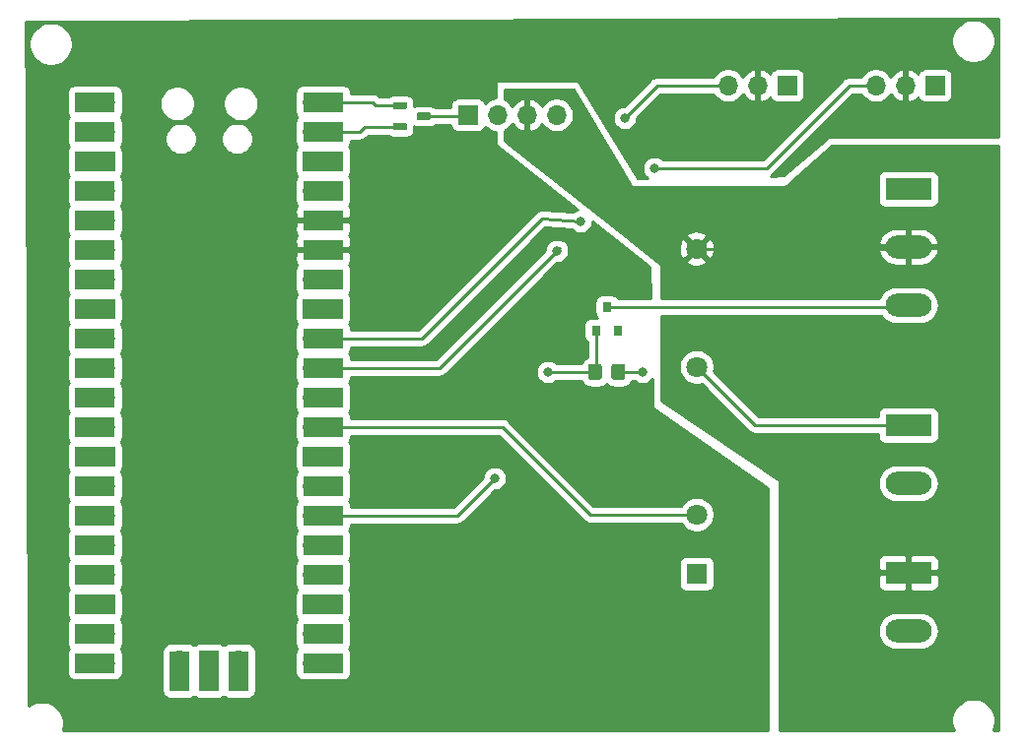
<source format=gbr>
%TF.GenerationSoftware,KiCad,Pcbnew,(5.1.9)-1*%
%TF.CreationDate,2022-01-16T00:30:17-08:00*%
%TF.ProjectId,keurig-filler,6b657572-6967-42d6-9669-6c6c65722e6b,rev?*%
%TF.SameCoordinates,Original*%
%TF.FileFunction,Copper,L1,Top*%
%TF.FilePolarity,Positive*%
%FSLAX46Y46*%
G04 Gerber Fmt 4.6, Leading zero omitted, Abs format (unit mm)*
G04 Created by KiCad (PCBNEW (5.1.9)-1) date 2022-01-16 00:30:17*
%MOMM*%
%LPD*%
G01*
G04 APERTURE LIST*
%TA.AperFunction,ComponentPad*%
%ADD10O,1.700000X1.700000*%
%TD*%
%TA.AperFunction,SMDPad,CuDef*%
%ADD11R,1.700000X3.500000*%
%TD*%
%TA.AperFunction,ComponentPad*%
%ADD12R,1.700000X1.700000*%
%TD*%
%TA.AperFunction,SMDPad,CuDef*%
%ADD13R,3.500000X1.700000*%
%TD*%
%TA.AperFunction,ComponentPad*%
%ADD14O,3.960000X1.980000*%
%TD*%
%TA.AperFunction,ComponentPad*%
%ADD15R,3.960000X1.980000*%
%TD*%
%TA.AperFunction,ComponentPad*%
%ADD16C,1.800000*%
%TD*%
%TA.AperFunction,ComponentPad*%
%ADD17R,1.800000X1.800000*%
%TD*%
%TA.AperFunction,SMDPad,CuDef*%
%ADD18R,0.800000X0.900000*%
%TD*%
%TA.AperFunction,ViaPad*%
%ADD19C,0.800000*%
%TD*%
%TA.AperFunction,Conductor*%
%ADD20C,0.250000*%
%TD*%
%TA.AperFunction,Conductor*%
%ADD21C,0.254000*%
%TD*%
%TA.AperFunction,Conductor*%
%ADD22C,0.100000*%
%TD*%
G04 APERTURE END LIST*
D10*
%TO.P,U1,43*%
%TO.N,Net-(U1-Pad43)*%
X42020000Y-78408001D03*
D11*
X42020000Y-79308001D03*
D12*
%TO.P,U1,42*%
%TO.N,GND*%
X39480000Y-78408001D03*
D11*
X39480000Y-79308001D03*
D10*
%TO.P,U1,41*%
%TO.N,Net-(U1-Pad41)*%
X36940000Y-78408001D03*
D11*
X36940000Y-79308001D03*
D13*
%TO.P,U1,21*%
%TO.N,MISO0*%
X49270000Y-78638001D03*
%TO.P,U1,22*%
%TO.N,SPI_CS0*%
X49270000Y-76098001D03*
%TO.P,U1,23*%
%TO.N,GND*%
X49270000Y-73558001D03*
%TO.P,U1,24*%
%TO.N,SCK0*%
X49270000Y-71018001D03*
%TO.P,U1,25*%
%TO.N,MOSI*%
X49270000Y-68478001D03*
%TO.P,U1,26*%
%TO.N,FLOW_PULSE*%
X49270000Y-65938001D03*
%TO.P,U1,27*%
%TO.N,Net-(U1-Pad27)*%
X49270000Y-63398001D03*
%TO.P,U1,28*%
%TO.N,GND*%
X49270000Y-60858001D03*
%TO.P,U1,29*%
%TO.N,PUMP_EN*%
X49270000Y-58318001D03*
%TO.P,U1,30*%
%TO.N,~RESET*%
X49270000Y-55778001D03*
%TO.P,U1,31*%
%TO.N,ADC0*%
X49270000Y-53238001D03*
%TO.P,U1,32*%
%TO.N,ADC1*%
X49270000Y-50698001D03*
%TO.P,U1,33*%
%TO.N,GND*%
X49270000Y-48158001D03*
%TO.P,U1,34*%
X49270000Y-45618001D03*
%TO.P,U1,35*%
%TO.N,+3V3*%
X49270000Y-43078001D03*
%TO.P,U1,36*%
X49270000Y-40538001D03*
%TO.P,U1,37*%
%TO.N,Net-(U1-Pad37)*%
X49270000Y-37998001D03*
%TO.P,U1,38*%
%TO.N,GND*%
X49270000Y-35458001D03*
%TO.P,U1,39*%
%TO.N,+5V*%
X49270000Y-32918001D03*
%TO.P,U1,40*%
%TO.N,VBUS*%
X49270000Y-30378001D03*
%TO.P,U1,20*%
%TO.N,Net-(U1-Pad20)*%
X29690000Y-78638001D03*
%TO.P,U1,19*%
%TO.N,Net-(U1-Pad19)*%
X29690000Y-76098001D03*
%TO.P,U1,18*%
%TO.N,GND*%
X29690000Y-73558001D03*
%TO.P,U1,17*%
%TO.N,Net-(U1-Pad17)*%
X29690000Y-71018001D03*
%TO.P,U1,16*%
%TO.N,Net-(U1-Pad16)*%
X29690000Y-68478001D03*
%TO.P,U1,15*%
%TO.N,Net-(U1-Pad15)*%
X29690000Y-65938001D03*
%TO.P,U1,14*%
%TO.N,Net-(U1-Pad14)*%
X29690000Y-63398001D03*
%TO.P,U1,13*%
%TO.N,GND*%
X29690000Y-60858001D03*
%TO.P,U1,12*%
%TO.N,Net-(U1-Pad12)*%
X29690000Y-58318001D03*
%TO.P,U1,11*%
%TO.N,Net-(U1-Pad11)*%
X29690000Y-55778001D03*
%TO.P,U1,10*%
%TO.N,SCL0*%
X29690000Y-53238001D03*
%TO.P,U1,9*%
%TO.N,SDA0*%
X29690000Y-50698001D03*
%TO.P,U1,8*%
%TO.N,GND*%
X29690000Y-48158001D03*
%TO.P,U1,7*%
%TO.N,Net-(U1-Pad7)*%
X29690000Y-45618001D03*
%TO.P,U1,6*%
%TO.N,Net-(U1-Pad6)*%
X29690000Y-43078001D03*
%TO.P,U1,5*%
%TO.N,Net-(U1-Pad5)*%
X29690000Y-40538001D03*
%TO.P,U1,4*%
%TO.N,Net-(U1-Pad4)*%
X29690000Y-37998001D03*
%TO.P,U1,3*%
%TO.N,GND*%
X29690000Y-35458001D03*
%TO.P,U1,2*%
%TO.N,UART_RX0*%
X29690000Y-32918001D03*
%TO.P,U1,1*%
%TO.N,UART_TX0*%
X29690000Y-30378001D03*
D10*
%TO.P,U1,40*%
%TO.N,VBUS*%
X48370000Y-30378001D03*
%TO.P,U1,39*%
%TO.N,+5V*%
X48370000Y-32918001D03*
D12*
%TO.P,U1,38*%
%TO.N,GND*%
X48370000Y-35458001D03*
D10*
%TO.P,U1,37*%
%TO.N,Net-(U1-Pad37)*%
X48370000Y-37998001D03*
%TO.P,U1,36*%
%TO.N,+3V3*%
X48370000Y-40538001D03*
%TO.P,U1,35*%
X48370000Y-43078001D03*
%TO.P,U1,34*%
%TO.N,GND*%
X48370000Y-45618001D03*
D12*
%TO.P,U1,33*%
X48370000Y-48158001D03*
D10*
%TO.P,U1,32*%
%TO.N,ADC1*%
X48370000Y-50698001D03*
%TO.P,U1,31*%
%TO.N,ADC0*%
X48370000Y-53238001D03*
%TO.P,U1,30*%
%TO.N,~RESET*%
X48370000Y-55778001D03*
%TO.P,U1,29*%
%TO.N,PUMP_EN*%
X48370000Y-58318001D03*
D12*
%TO.P,U1,28*%
%TO.N,GND*%
X48370000Y-60858001D03*
D10*
%TO.P,U1,27*%
%TO.N,Net-(U1-Pad27)*%
X48370000Y-63398001D03*
%TO.P,U1,26*%
%TO.N,FLOW_PULSE*%
X48370000Y-65938001D03*
%TO.P,U1,25*%
%TO.N,MOSI*%
X48370000Y-68478001D03*
%TO.P,U1,24*%
%TO.N,SCK0*%
X48370000Y-71018001D03*
D12*
%TO.P,U1,23*%
%TO.N,GND*%
X48370000Y-73558001D03*
D10*
%TO.P,U1,22*%
%TO.N,SPI_CS0*%
X48370000Y-76098001D03*
%TO.P,U1,21*%
%TO.N,MISO0*%
X48370000Y-78638001D03*
%TO.P,U1,20*%
%TO.N,Net-(U1-Pad20)*%
X30590000Y-78638001D03*
%TO.P,U1,19*%
%TO.N,Net-(U1-Pad19)*%
X30590000Y-76098001D03*
D12*
%TO.P,U1,18*%
%TO.N,GND*%
X30590000Y-73558001D03*
D10*
%TO.P,U1,17*%
%TO.N,Net-(U1-Pad17)*%
X30590000Y-71018001D03*
%TO.P,U1,16*%
%TO.N,Net-(U1-Pad16)*%
X30590000Y-68478001D03*
%TO.P,U1,15*%
%TO.N,Net-(U1-Pad15)*%
X30590000Y-65938001D03*
%TO.P,U1,14*%
%TO.N,Net-(U1-Pad14)*%
X30590000Y-63398001D03*
D12*
%TO.P,U1,13*%
%TO.N,GND*%
X30590000Y-60858001D03*
D10*
%TO.P,U1,12*%
%TO.N,Net-(U1-Pad12)*%
X30590000Y-58318001D03*
%TO.P,U1,11*%
%TO.N,Net-(U1-Pad11)*%
X30590000Y-55778001D03*
%TO.P,U1,10*%
%TO.N,SCL0*%
X30590000Y-53238001D03*
%TO.P,U1,9*%
%TO.N,SDA0*%
X30590000Y-50698001D03*
D12*
%TO.P,U1,8*%
%TO.N,GND*%
X30590000Y-48158001D03*
D10*
%TO.P,U1,7*%
%TO.N,Net-(U1-Pad7)*%
X30590000Y-45618001D03*
%TO.P,U1,6*%
%TO.N,Net-(U1-Pad6)*%
X30590000Y-43078001D03*
%TO.P,U1,5*%
%TO.N,Net-(U1-Pad5)*%
X30590000Y-40538001D03*
%TO.P,U1,4*%
%TO.N,Net-(U1-Pad4)*%
X30590000Y-37998001D03*
D12*
%TO.P,U1,3*%
%TO.N,GND*%
X30590000Y-35458001D03*
D10*
%TO.P,U1,2*%
%TO.N,UART_RX0*%
X30590000Y-32918001D03*
%TO.P,U1,1*%
%TO.N,UART_TX0*%
X30590000Y-30378001D03*
%TD*%
D14*
%TO.P,J6,2*%
%TO.N,GND*%
X99568000Y-75866000D03*
D15*
%TO.P,J6,1*%
%TO.N,+12V*%
X99568000Y-70866000D03*
%TD*%
D14*
%TO.P,J4,2*%
%TO.N,GND*%
X99568000Y-63166000D03*
D15*
%TO.P,J4,1*%
%TO.N,Net-(J4-Pad1)*%
X99568000Y-58166000D03*
%TD*%
D14*
%TO.P,J3,3*%
%TO.N,Net-(D1-Pad1)*%
X99568000Y-47846000D03*
%TO.P,J3,2*%
%TO.N,+12V*%
X99568000Y-42846000D03*
D15*
%TO.P,J3,1*%
%TO.N,GND*%
X99568000Y-37846000D03*
%TD*%
%TO.P,R1,2*%
%TO.N,GND*%
%TA.AperFunction,SMDPad,CuDef*%
G36*
G01*
X74044000Y-54044001D02*
X74044000Y-53143999D01*
G75*
G02*
X74293999Y-52894000I249999J0D01*
G01*
X74994001Y-52894000D01*
G75*
G02*
X75244000Y-53143999I0J-249999D01*
G01*
X75244000Y-54044001D01*
G75*
G02*
X74994001Y-54294000I-249999J0D01*
G01*
X74293999Y-54294000D01*
G75*
G02*
X74044000Y-54044001I0J249999D01*
G01*
G37*
%TD.AperFunction*%
%TO.P,R1,1*%
%TO.N,FLOW_PULSE*%
%TA.AperFunction,SMDPad,CuDef*%
G36*
G01*
X72044000Y-54044001D02*
X72044000Y-53143999D01*
G75*
G02*
X72293999Y-52894000I249999J0D01*
G01*
X72994001Y-52894000D01*
G75*
G02*
X73244000Y-53143999I0J-249999D01*
G01*
X73244000Y-54044001D01*
G75*
G02*
X72994001Y-54294000I-249999J0D01*
G01*
X72293999Y-54294000D01*
G75*
G02*
X72044000Y-54044001I0J249999D01*
G01*
G37*
%TD.AperFunction*%
%TD*%
%TO.P,Q1,3*%
%TO.N,Net-(J5-Pad1)*%
%TA.AperFunction,SMDPad,CuDef*%
G36*
G01*
X57340000Y-31853200D02*
X57340000Y-31340800D01*
G75*
G02*
X57388800Y-31292000I48800J0D01*
G01*
X58471200Y-31292000D01*
G75*
G02*
X58520000Y-31340800I0J-48800D01*
G01*
X58520000Y-31853200D01*
G75*
G02*
X58471200Y-31902000I-48800J0D01*
G01*
X57388800Y-31902000D01*
G75*
G02*
X57340000Y-31853200I0J48800D01*
G01*
G37*
%TD.AperFunction*%
%TO.P,Q1,2*%
%TO.N,+5V*%
%TA.AperFunction,SMDPad,CuDef*%
G36*
G01*
X55290000Y-32768200D02*
X55290000Y-32255800D01*
G75*
G02*
X55338800Y-32207000I48800J0D01*
G01*
X56421200Y-32207000D01*
G75*
G02*
X56470000Y-32255800I0J-48800D01*
G01*
X56470000Y-32768200D01*
G75*
G02*
X56421200Y-32817000I-48800J0D01*
G01*
X55338800Y-32817000D01*
G75*
G02*
X55290000Y-32768200I0J48800D01*
G01*
G37*
%TD.AperFunction*%
%TO.P,Q1,1*%
%TO.N,VBUS*%
%TA.AperFunction,SMDPad,CuDef*%
G36*
G01*
X55290000Y-30938200D02*
X55290000Y-30425800D01*
G75*
G02*
X55338800Y-30377000I48800J0D01*
G01*
X56421200Y-30377000D01*
G75*
G02*
X56470000Y-30425800I0J-48800D01*
G01*
X56470000Y-30938200D01*
G75*
G02*
X56421200Y-30987000I-48800J0D01*
G01*
X55338800Y-30987000D01*
G75*
G02*
X55290000Y-30938200I0J48800D01*
G01*
G37*
%TD.AperFunction*%
%TD*%
D16*
%TO.P,K1,4*%
%TO.N,+12V*%
X81371000Y-42996000D03*
%TO.P,K1,3*%
%TO.N,Net-(J4-Pad1)*%
X81371000Y-53156000D03*
%TO.P,K1,2*%
%TO.N,PUMP_EN*%
X81371000Y-65856000D03*
D17*
%TO.P,K1,1*%
%TO.N,GND*%
X81371000Y-70936000D03*
%TD*%
D10*
%TO.P,J5,4*%
%TO.N,N/C*%
X69342000Y-31496000D03*
%TO.P,J5,3*%
%TO.N,+12V*%
X66802000Y-31496000D03*
%TO.P,J5,2*%
%TO.N,GND*%
X64262000Y-31496000D03*
D12*
%TO.P,J5,1*%
%TO.N,Net-(J5-Pad1)*%
X61722000Y-31496000D03*
%TD*%
D10*
%TO.P,J2,3*%
%TO.N,ADC0*%
X84074000Y-28956000D03*
%TO.P,J2,2*%
%TO.N,+3V3*%
X86614000Y-28956000D03*
D12*
%TO.P,J2,1*%
%TO.N,GND*%
X89154000Y-28956000D03*
%TD*%
D10*
%TO.P,J1,3*%
%TO.N,ADC1*%
X96774000Y-28956000D03*
%TO.P,J1,2*%
%TO.N,+3V3*%
X99314000Y-28956000D03*
D12*
%TO.P,J1,1*%
%TO.N,GND*%
X101854000Y-28956000D03*
%TD*%
D18*
%TO.P,D1,1*%
%TO.N,Net-(D1-Pad1)*%
X73660000Y-48022000D03*
%TO.P,D1,*%
%TO.N,*%
X74610000Y-50022000D03*
%TO.P,D1,2*%
%TO.N,FLOW_PULSE*%
X72710000Y-50022000D03*
%TD*%
D19*
%TO.N,FLOW_PULSE*%
X68580000Y-53594000D03*
X64008000Y-62738000D03*
%TO.N,ADC1*%
X71374000Y-40640000D03*
X77724000Y-36068000D03*
%TO.N,GND*%
X76708000Y-53594000D03*
%TO.N,ADC0*%
X69342000Y-43180000D03*
X75184000Y-31750000D03*
%TD*%
D20*
%TO.N,Net-(D1-Pad1)*%
X99392000Y-48022000D02*
X99568000Y-47846000D01*
X73660000Y-48022000D02*
X99392000Y-48022000D01*
%TO.N,FLOW_PULSE*%
X72710000Y-53528000D02*
X72644000Y-53594000D01*
X72710000Y-50022000D02*
X72710000Y-53528000D01*
X72644000Y-53594000D02*
X68580000Y-53594000D01*
X60807999Y-65938001D02*
X48370000Y-65938001D01*
X64008000Y-62738000D02*
X60807999Y-65938001D01*
%TO.N,ADC1*%
X57759999Y-50698001D02*
X48370000Y-50698001D01*
X68072000Y-40386000D02*
X57759999Y-50698001D01*
X71374000Y-40640000D02*
X68072000Y-40386000D01*
X94488000Y-28956000D02*
X96774000Y-28956000D01*
X87376000Y-36068000D02*
X94488000Y-28956000D01*
X77724000Y-36068000D02*
X87376000Y-36068000D01*
%TO.N,GND*%
X74644000Y-53594000D02*
X76708000Y-53594000D01*
%TO.N,ADC0*%
X48370000Y-53238001D02*
X59283999Y-53238001D01*
X69596000Y-42926000D02*
X69342000Y-43180000D01*
X59283999Y-53238001D02*
X69342000Y-43180000D01*
X77978000Y-28956000D02*
X84074000Y-28956000D01*
X75184000Y-31750000D02*
X77978000Y-28956000D01*
%TO.N,+12V*%
X99418000Y-42996000D02*
X99568000Y-42846000D01*
X81371000Y-42996000D02*
X99418000Y-42996000D01*
%TO.N,Net-(J5-Pad1)*%
X61621000Y-31597000D02*
X61722000Y-31496000D01*
X57930000Y-31597000D02*
X61621000Y-31597000D01*
%TO.N,Net-(J4-Pad1)*%
X86381000Y-58166000D02*
X81371000Y-53156000D01*
X99568000Y-58166000D02*
X86381000Y-58166000D01*
%TO.N,PUMP_EN*%
X81371000Y-65856000D02*
X72206000Y-65856000D01*
X64668001Y-58318001D02*
X48370000Y-58318001D01*
X72206000Y-65856000D02*
X64668001Y-58318001D01*
%TO.N,+5V*%
X48370000Y-32918001D02*
X52425999Y-32918001D01*
X52832000Y-32512000D02*
X55880000Y-32512000D01*
X52425999Y-32918001D02*
X52832000Y-32512000D01*
%TO.N,VBUS*%
X48370000Y-30378001D02*
X53492001Y-30378001D01*
X53796000Y-30682000D02*
X55880000Y-30682000D01*
X53492001Y-30378001D02*
X53796000Y-30682000D01*
%TD*%
D21*
%TO.N,+3V3*%
X107315000Y-33401000D02*
X92710000Y-33401000D01*
X92685224Y-33403440D01*
X92661399Y-33410667D01*
X92639443Y-33422403D01*
X92626824Y-33432027D01*
X88851536Y-36703944D01*
X87757527Y-36725824D01*
X87800276Y-36702974D01*
X87916001Y-36608001D01*
X87939804Y-36578997D01*
X94802802Y-29716000D01*
X95495822Y-29716000D01*
X95620525Y-29902632D01*
X95827368Y-30109475D01*
X96070589Y-30271990D01*
X96340842Y-30383932D01*
X96627740Y-30441000D01*
X96920260Y-30441000D01*
X97207158Y-30383932D01*
X97477411Y-30271990D01*
X97720632Y-30109475D01*
X97927475Y-29902632D01*
X98049195Y-29720466D01*
X98118822Y-29837355D01*
X98313731Y-30053588D01*
X98547080Y-30227641D01*
X98809901Y-30352825D01*
X98957110Y-30397476D01*
X99187000Y-30276155D01*
X99187000Y-29083000D01*
X99167000Y-29083000D01*
X99167000Y-28829000D01*
X99187000Y-28829000D01*
X99187000Y-27635845D01*
X99441000Y-27635845D01*
X99441000Y-28829000D01*
X99461000Y-28829000D01*
X99461000Y-29083000D01*
X99441000Y-29083000D01*
X99441000Y-30276155D01*
X99670890Y-30397476D01*
X99818099Y-30352825D01*
X100080920Y-30227641D01*
X100314269Y-30053588D01*
X100390034Y-29969534D01*
X100414498Y-30050180D01*
X100473463Y-30160494D01*
X100552815Y-30257185D01*
X100649506Y-30336537D01*
X100759820Y-30395502D01*
X100879518Y-30431812D01*
X101004000Y-30444072D01*
X102704000Y-30444072D01*
X102828482Y-30431812D01*
X102948180Y-30395502D01*
X103058494Y-30336537D01*
X103155185Y-30257185D01*
X103234537Y-30160494D01*
X103293502Y-30050180D01*
X103329812Y-29930482D01*
X103342072Y-29806000D01*
X103342072Y-28106000D01*
X103329812Y-27981518D01*
X103293502Y-27861820D01*
X103234537Y-27751506D01*
X103155185Y-27654815D01*
X103058494Y-27575463D01*
X102948180Y-27516498D01*
X102828482Y-27480188D01*
X102704000Y-27467928D01*
X101004000Y-27467928D01*
X100879518Y-27480188D01*
X100759820Y-27516498D01*
X100649506Y-27575463D01*
X100552815Y-27654815D01*
X100473463Y-27751506D01*
X100414498Y-27861820D01*
X100390034Y-27942466D01*
X100314269Y-27858412D01*
X100080920Y-27684359D01*
X99818099Y-27559175D01*
X99670890Y-27514524D01*
X99441000Y-27635845D01*
X99187000Y-27635845D01*
X98957110Y-27514524D01*
X98809901Y-27559175D01*
X98547080Y-27684359D01*
X98313731Y-27858412D01*
X98118822Y-28074645D01*
X98049195Y-28191534D01*
X97927475Y-28009368D01*
X97720632Y-27802525D01*
X97477411Y-27640010D01*
X97207158Y-27528068D01*
X96920260Y-27471000D01*
X96627740Y-27471000D01*
X96340842Y-27528068D01*
X96070589Y-27640010D01*
X95827368Y-27802525D01*
X95620525Y-28009368D01*
X95495822Y-28196000D01*
X94525323Y-28196000D01*
X94488000Y-28192324D01*
X94450677Y-28196000D01*
X94450667Y-28196000D01*
X94339014Y-28206997D01*
X94195753Y-28250454D01*
X94063724Y-28321026D01*
X93947999Y-28415999D01*
X93924201Y-28444997D01*
X87061199Y-35308000D01*
X78427711Y-35308000D01*
X78383774Y-35264063D01*
X78214256Y-35150795D01*
X78025898Y-35072774D01*
X77825939Y-35033000D01*
X77622061Y-35033000D01*
X77422102Y-35072774D01*
X77233744Y-35150795D01*
X77064226Y-35264063D01*
X76920063Y-35408226D01*
X76806795Y-35577744D01*
X76728774Y-35766102D01*
X76689000Y-35966061D01*
X76689000Y-36169939D01*
X76728774Y-36369898D01*
X76806795Y-36558256D01*
X76920063Y-36727774D01*
X77064226Y-36871937D01*
X77162679Y-36937721D01*
X76270662Y-36955561D01*
X73053996Y-31648061D01*
X74149000Y-31648061D01*
X74149000Y-31851939D01*
X74188774Y-32051898D01*
X74266795Y-32240256D01*
X74380063Y-32409774D01*
X74524226Y-32553937D01*
X74693744Y-32667205D01*
X74882102Y-32745226D01*
X75082061Y-32785000D01*
X75285939Y-32785000D01*
X75485898Y-32745226D01*
X75674256Y-32667205D01*
X75843774Y-32553937D01*
X75987937Y-32409774D01*
X76101205Y-32240256D01*
X76179226Y-32051898D01*
X76219000Y-31851939D01*
X76219000Y-31789801D01*
X78292802Y-29716000D01*
X82795822Y-29716000D01*
X82920525Y-29902632D01*
X83127368Y-30109475D01*
X83370589Y-30271990D01*
X83640842Y-30383932D01*
X83927740Y-30441000D01*
X84220260Y-30441000D01*
X84507158Y-30383932D01*
X84777411Y-30271990D01*
X85020632Y-30109475D01*
X85227475Y-29902632D01*
X85349195Y-29720466D01*
X85418822Y-29837355D01*
X85613731Y-30053588D01*
X85847080Y-30227641D01*
X86109901Y-30352825D01*
X86257110Y-30397476D01*
X86487000Y-30276155D01*
X86487000Y-29083000D01*
X86467000Y-29083000D01*
X86467000Y-28829000D01*
X86487000Y-28829000D01*
X86487000Y-27635845D01*
X86741000Y-27635845D01*
X86741000Y-28829000D01*
X86761000Y-28829000D01*
X86761000Y-29083000D01*
X86741000Y-29083000D01*
X86741000Y-30276155D01*
X86970890Y-30397476D01*
X87118099Y-30352825D01*
X87380920Y-30227641D01*
X87614269Y-30053588D01*
X87690034Y-29969534D01*
X87714498Y-30050180D01*
X87773463Y-30160494D01*
X87852815Y-30257185D01*
X87949506Y-30336537D01*
X88059820Y-30395502D01*
X88179518Y-30431812D01*
X88304000Y-30444072D01*
X90004000Y-30444072D01*
X90128482Y-30431812D01*
X90248180Y-30395502D01*
X90358494Y-30336537D01*
X90455185Y-30257185D01*
X90534537Y-30160494D01*
X90593502Y-30050180D01*
X90629812Y-29930482D01*
X90642072Y-29806000D01*
X90642072Y-28106000D01*
X90629812Y-27981518D01*
X90593502Y-27861820D01*
X90534537Y-27751506D01*
X90455185Y-27654815D01*
X90358494Y-27575463D01*
X90248180Y-27516498D01*
X90128482Y-27480188D01*
X90004000Y-27467928D01*
X88304000Y-27467928D01*
X88179518Y-27480188D01*
X88059820Y-27516498D01*
X87949506Y-27575463D01*
X87852815Y-27654815D01*
X87773463Y-27751506D01*
X87714498Y-27861820D01*
X87690034Y-27942466D01*
X87614269Y-27858412D01*
X87380920Y-27684359D01*
X87118099Y-27559175D01*
X86970890Y-27514524D01*
X86741000Y-27635845D01*
X86487000Y-27635845D01*
X86257110Y-27514524D01*
X86109901Y-27559175D01*
X85847080Y-27684359D01*
X85613731Y-27858412D01*
X85418822Y-28074645D01*
X85349195Y-28191534D01*
X85227475Y-28009368D01*
X85020632Y-27802525D01*
X84777411Y-27640010D01*
X84507158Y-27528068D01*
X84220260Y-27471000D01*
X83927740Y-27471000D01*
X83640842Y-27528068D01*
X83370589Y-27640010D01*
X83127368Y-27802525D01*
X82920525Y-28009368D01*
X82795822Y-28196000D01*
X78015325Y-28196000D01*
X77978000Y-28192324D01*
X77940675Y-28196000D01*
X77940667Y-28196000D01*
X77829014Y-28206997D01*
X77685753Y-28250454D01*
X77553724Y-28321026D01*
X77437999Y-28415999D01*
X77414201Y-28444997D01*
X75144199Y-30715000D01*
X75082061Y-30715000D01*
X74882102Y-30754774D01*
X74693744Y-30832795D01*
X74524226Y-30946063D01*
X74380063Y-31090226D01*
X74266795Y-31259744D01*
X74188774Y-31448102D01*
X74149000Y-31648061D01*
X73053996Y-31648061D01*
X71228610Y-28636176D01*
X71213682Y-28616252D01*
X71195153Y-28599623D01*
X71173736Y-28586929D01*
X71150254Y-28578656D01*
X71120000Y-28575000D01*
X64262000Y-28575000D01*
X64237224Y-28577440D01*
X64213399Y-28584667D01*
X64191443Y-28596403D01*
X64172197Y-28612197D01*
X64156403Y-28631443D01*
X64144667Y-28653399D01*
X64137440Y-28677224D01*
X64135000Y-28702000D01*
X64135000Y-30011000D01*
X64115740Y-30011000D01*
X63828842Y-30068068D01*
X63558589Y-30180010D01*
X63315368Y-30342525D01*
X63183513Y-30474380D01*
X63161502Y-30401820D01*
X63102537Y-30291506D01*
X63023185Y-30194815D01*
X62926494Y-30115463D01*
X62816180Y-30056498D01*
X62696482Y-30020188D01*
X62572000Y-30007928D01*
X60872000Y-30007928D01*
X60747518Y-30020188D01*
X60627820Y-30056498D01*
X60517506Y-30115463D01*
X60420815Y-30194815D01*
X60341463Y-30291506D01*
X60282498Y-30401820D01*
X60246188Y-30521518D01*
X60233928Y-30646000D01*
X60233928Y-30837000D01*
X58934827Y-30837000D01*
X58852806Y-30769687D01*
X58734055Y-30706213D01*
X58605202Y-30667126D01*
X58471200Y-30653928D01*
X57388800Y-30653928D01*
X57254798Y-30667126D01*
X57125945Y-30706213D01*
X57108072Y-30715766D01*
X57108072Y-30425800D01*
X57094874Y-30291798D01*
X57055787Y-30162945D01*
X56992313Y-30044194D01*
X56906892Y-29940108D01*
X56802806Y-29854687D01*
X56684055Y-29791213D01*
X56555202Y-29752126D01*
X56421200Y-29738928D01*
X55338800Y-29738928D01*
X55204798Y-29752126D01*
X55075945Y-29791213D01*
X54957194Y-29854687D01*
X54875173Y-29922000D01*
X54110801Y-29922000D01*
X54055805Y-29867004D01*
X54032002Y-29838000D01*
X53916277Y-29743027D01*
X53784248Y-29672455D01*
X53640987Y-29628998D01*
X53529334Y-29618001D01*
X53529323Y-29618001D01*
X53492001Y-29614325D01*
X53454679Y-29618001D01*
X51658072Y-29618001D01*
X51658072Y-29528001D01*
X51645812Y-29403519D01*
X51609502Y-29283821D01*
X51550537Y-29173507D01*
X51471185Y-29076816D01*
X51374494Y-28997464D01*
X51264180Y-28938499D01*
X51144482Y-28902189D01*
X51020000Y-28889929D01*
X47520000Y-28889929D01*
X47395518Y-28902189D01*
X47275820Y-28938499D01*
X47165506Y-28997464D01*
X47068815Y-29076816D01*
X46989463Y-29173507D01*
X46930498Y-29283821D01*
X46894188Y-29403519D01*
X46881928Y-29528001D01*
X46881928Y-31228001D01*
X46894188Y-31352483D01*
X46930498Y-31472181D01*
X46989463Y-31582495D01*
X47043222Y-31648001D01*
X46989463Y-31713507D01*
X46930498Y-31823821D01*
X46894188Y-31943519D01*
X46881928Y-32068001D01*
X46881928Y-33768001D01*
X46894188Y-33892483D01*
X46930498Y-34012181D01*
X46989463Y-34122495D01*
X47043222Y-34188001D01*
X46989463Y-34253507D01*
X46930498Y-34363821D01*
X46894188Y-34483519D01*
X46881928Y-34608001D01*
X46881928Y-36308001D01*
X46894188Y-36432483D01*
X46930498Y-36552181D01*
X46989463Y-36662495D01*
X47043222Y-36728001D01*
X46989463Y-36793507D01*
X46930498Y-36903821D01*
X46894188Y-37023519D01*
X46881928Y-37148001D01*
X46881928Y-38848001D01*
X46894188Y-38972483D01*
X46930498Y-39092181D01*
X46989463Y-39202495D01*
X47043222Y-39268001D01*
X46989463Y-39333507D01*
X46930498Y-39443821D01*
X46894188Y-39563519D01*
X46881928Y-39688001D01*
X46885000Y-40252251D01*
X47043750Y-40411001D01*
X51496250Y-40411001D01*
X51655000Y-40252251D01*
X51658072Y-39688001D01*
X51645812Y-39563519D01*
X51609502Y-39443821D01*
X51550537Y-39333507D01*
X51496778Y-39268001D01*
X51550537Y-39202495D01*
X51609502Y-39092181D01*
X51645812Y-38972483D01*
X51658072Y-38848001D01*
X51658072Y-37148001D01*
X51645812Y-37023519D01*
X51609502Y-36903821D01*
X51550537Y-36793507D01*
X51496778Y-36728001D01*
X51550537Y-36662495D01*
X51609502Y-36552181D01*
X51645812Y-36432483D01*
X51658072Y-36308001D01*
X51658072Y-34608001D01*
X51645812Y-34483519D01*
X51609502Y-34363821D01*
X51550537Y-34253507D01*
X51496778Y-34188001D01*
X51550537Y-34122495D01*
X51609502Y-34012181D01*
X51645812Y-33892483D01*
X51658072Y-33768001D01*
X51658072Y-33678001D01*
X52388677Y-33678001D01*
X52425999Y-33681677D01*
X52463321Y-33678001D01*
X52463332Y-33678001D01*
X52574985Y-33667004D01*
X52718246Y-33623547D01*
X52850275Y-33552975D01*
X52966000Y-33458002D01*
X52989803Y-33428998D01*
X53146801Y-33272000D01*
X54875173Y-33272000D01*
X54957194Y-33339313D01*
X55075945Y-33402787D01*
X55204798Y-33441874D01*
X55338800Y-33455072D01*
X56421200Y-33455072D01*
X56555202Y-33441874D01*
X56684055Y-33402787D01*
X56802806Y-33339313D01*
X56906892Y-33253892D01*
X56992313Y-33149806D01*
X57055787Y-33031055D01*
X57094874Y-32902202D01*
X57108072Y-32768200D01*
X57108072Y-32478234D01*
X57125945Y-32487787D01*
X57254798Y-32526874D01*
X57388800Y-32540072D01*
X58471200Y-32540072D01*
X58605202Y-32526874D01*
X58734055Y-32487787D01*
X58852806Y-32424313D01*
X58934827Y-32357000D01*
X60235011Y-32357000D01*
X60246188Y-32470482D01*
X60282498Y-32590180D01*
X60341463Y-32700494D01*
X60420815Y-32797185D01*
X60517506Y-32876537D01*
X60627820Y-32935502D01*
X60747518Y-32971812D01*
X60872000Y-32984072D01*
X62572000Y-32984072D01*
X62696482Y-32971812D01*
X62816180Y-32935502D01*
X62926494Y-32876537D01*
X63023185Y-32797185D01*
X63102537Y-32700494D01*
X63161502Y-32590180D01*
X63183513Y-32517620D01*
X63315368Y-32649475D01*
X63558589Y-32811990D01*
X63828842Y-32923932D01*
X64115740Y-32981000D01*
X64135000Y-32981000D01*
X64135000Y-34036000D01*
X64137440Y-34060776D01*
X64144667Y-34084601D01*
X64156403Y-34106557D01*
X64172197Y-34125803D01*
X64183021Y-34135455D01*
X71110951Y-39637047D01*
X71072102Y-39644774D01*
X70883744Y-39722795D01*
X70726385Y-39827939D01*
X68138389Y-39628862D01*
X68072000Y-39622324D01*
X68026555Y-39626800D01*
X67980899Y-39627777D01*
X67952234Y-39634119D01*
X67923014Y-39636997D01*
X67879314Y-39650253D01*
X67834727Y-39660118D01*
X67807850Y-39671931D01*
X67779753Y-39680454D01*
X67739474Y-39701984D01*
X67697674Y-39720356D01*
X67673620Y-39737184D01*
X67647724Y-39751026D01*
X67612419Y-39780000D01*
X67575006Y-39806174D01*
X67528879Y-39854319D01*
X57445198Y-49938001D01*
X51658072Y-49938001D01*
X51658072Y-49848001D01*
X51645812Y-49723519D01*
X51609502Y-49603821D01*
X51550537Y-49493507D01*
X51496778Y-49428001D01*
X51550537Y-49362495D01*
X51609502Y-49252181D01*
X51645812Y-49132483D01*
X51658072Y-49008001D01*
X51658072Y-47308001D01*
X51645812Y-47183519D01*
X51609502Y-47063821D01*
X51550537Y-46953507D01*
X51496778Y-46888001D01*
X51550537Y-46822495D01*
X51609502Y-46712181D01*
X51645812Y-46592483D01*
X51658072Y-46468001D01*
X51658072Y-44768001D01*
X51645812Y-44643519D01*
X51609502Y-44523821D01*
X51550537Y-44413507D01*
X51496778Y-44348001D01*
X51550537Y-44282495D01*
X51609502Y-44172181D01*
X51645812Y-44052483D01*
X51658072Y-43928001D01*
X51655000Y-43363751D01*
X51496250Y-43205001D01*
X47043750Y-43205001D01*
X46885000Y-43363751D01*
X46881928Y-43928001D01*
X46894188Y-44052483D01*
X46930498Y-44172181D01*
X46989463Y-44282495D01*
X47043222Y-44348001D01*
X46989463Y-44413507D01*
X46930498Y-44523821D01*
X46894188Y-44643519D01*
X46881928Y-44768001D01*
X46881928Y-46468001D01*
X46894188Y-46592483D01*
X46930498Y-46712181D01*
X46989463Y-46822495D01*
X47043222Y-46888001D01*
X46989463Y-46953507D01*
X46930498Y-47063821D01*
X46894188Y-47183519D01*
X46881928Y-47308001D01*
X46881928Y-49008001D01*
X46894188Y-49132483D01*
X46930498Y-49252181D01*
X46989463Y-49362495D01*
X47043222Y-49428001D01*
X46989463Y-49493507D01*
X46930498Y-49603821D01*
X46894188Y-49723519D01*
X46881928Y-49848001D01*
X46881928Y-51548001D01*
X46894188Y-51672483D01*
X46930498Y-51792181D01*
X46989463Y-51902495D01*
X47043222Y-51968001D01*
X46989463Y-52033507D01*
X46930498Y-52143821D01*
X46894188Y-52263519D01*
X46881928Y-52388001D01*
X46881928Y-54088001D01*
X46894188Y-54212483D01*
X46930498Y-54332181D01*
X46989463Y-54442495D01*
X47043222Y-54508001D01*
X46989463Y-54573507D01*
X46930498Y-54683821D01*
X46894188Y-54803519D01*
X46881928Y-54928001D01*
X46881928Y-56628001D01*
X46894188Y-56752483D01*
X46930498Y-56872181D01*
X46989463Y-56982495D01*
X47043222Y-57048001D01*
X46989463Y-57113507D01*
X46930498Y-57223821D01*
X46894188Y-57343519D01*
X46881928Y-57468001D01*
X46881928Y-59168001D01*
X46894188Y-59292483D01*
X46930498Y-59412181D01*
X46989463Y-59522495D01*
X47043222Y-59588001D01*
X46989463Y-59653507D01*
X46930498Y-59763821D01*
X46894188Y-59883519D01*
X46881928Y-60008001D01*
X46881928Y-61708001D01*
X46894188Y-61832483D01*
X46930498Y-61952181D01*
X46989463Y-62062495D01*
X47043222Y-62128001D01*
X46989463Y-62193507D01*
X46930498Y-62303821D01*
X46894188Y-62423519D01*
X46881928Y-62548001D01*
X46881928Y-64248001D01*
X46894188Y-64372483D01*
X46930498Y-64492181D01*
X46989463Y-64602495D01*
X47043222Y-64668001D01*
X46989463Y-64733507D01*
X46930498Y-64843821D01*
X46894188Y-64963519D01*
X46881928Y-65088001D01*
X46881928Y-66788001D01*
X46894188Y-66912483D01*
X46930498Y-67032181D01*
X46989463Y-67142495D01*
X47043222Y-67208001D01*
X46989463Y-67273507D01*
X46930498Y-67383821D01*
X46894188Y-67503519D01*
X46881928Y-67628001D01*
X46881928Y-69328001D01*
X46894188Y-69452483D01*
X46930498Y-69572181D01*
X46989463Y-69682495D01*
X47043222Y-69748001D01*
X46989463Y-69813507D01*
X46930498Y-69923821D01*
X46894188Y-70043519D01*
X46881928Y-70168001D01*
X46881928Y-71868001D01*
X46894188Y-71992483D01*
X46930498Y-72112181D01*
X46989463Y-72222495D01*
X47043222Y-72288001D01*
X46989463Y-72353507D01*
X46930498Y-72463821D01*
X46894188Y-72583519D01*
X46881928Y-72708001D01*
X46881928Y-74408001D01*
X46894188Y-74532483D01*
X46930498Y-74652181D01*
X46989463Y-74762495D01*
X47043222Y-74828001D01*
X46989463Y-74893507D01*
X46930498Y-75003821D01*
X46894188Y-75123519D01*
X46881928Y-75248001D01*
X46881928Y-76948001D01*
X46894188Y-77072483D01*
X46930498Y-77192181D01*
X46989463Y-77302495D01*
X47043222Y-77368001D01*
X46989463Y-77433507D01*
X46930498Y-77543821D01*
X46894188Y-77663519D01*
X46881928Y-77788001D01*
X46881928Y-79488001D01*
X46894188Y-79612483D01*
X46930498Y-79732181D01*
X46989463Y-79842495D01*
X47068815Y-79939186D01*
X47165506Y-80018538D01*
X47275820Y-80077503D01*
X47395518Y-80113813D01*
X47520000Y-80126073D01*
X51020000Y-80126073D01*
X51144482Y-80113813D01*
X51264180Y-80077503D01*
X51374494Y-80018538D01*
X51471185Y-79939186D01*
X51550537Y-79842495D01*
X51609502Y-79732181D01*
X51645812Y-79612483D01*
X51658072Y-79488001D01*
X51658072Y-77788001D01*
X51645812Y-77663519D01*
X51609502Y-77543821D01*
X51550537Y-77433507D01*
X51496778Y-77368001D01*
X51550537Y-77302495D01*
X51609502Y-77192181D01*
X51645812Y-77072483D01*
X51658072Y-76948001D01*
X51658072Y-75248001D01*
X51645812Y-75123519D01*
X51609502Y-75003821D01*
X51550537Y-74893507D01*
X51496778Y-74828001D01*
X51550537Y-74762495D01*
X51609502Y-74652181D01*
X51645812Y-74532483D01*
X51658072Y-74408001D01*
X51658072Y-72708001D01*
X51645812Y-72583519D01*
X51609502Y-72463821D01*
X51550537Y-72353507D01*
X51496778Y-72288001D01*
X51550537Y-72222495D01*
X51609502Y-72112181D01*
X51645812Y-71992483D01*
X51658072Y-71868001D01*
X51658072Y-70168001D01*
X51645812Y-70043519D01*
X51643532Y-70036000D01*
X79832928Y-70036000D01*
X79832928Y-71836000D01*
X79845188Y-71960482D01*
X79881498Y-72080180D01*
X79940463Y-72190494D01*
X80019815Y-72287185D01*
X80116506Y-72366537D01*
X80226820Y-72425502D01*
X80346518Y-72461812D01*
X80471000Y-72474072D01*
X82271000Y-72474072D01*
X82395482Y-72461812D01*
X82515180Y-72425502D01*
X82625494Y-72366537D01*
X82722185Y-72287185D01*
X82801537Y-72190494D01*
X82860502Y-72080180D01*
X82896812Y-71960482D01*
X82909072Y-71836000D01*
X82909072Y-70036000D01*
X82896812Y-69911518D01*
X82860502Y-69791820D01*
X82801537Y-69681506D01*
X82722185Y-69584815D01*
X82625494Y-69505463D01*
X82515180Y-69446498D01*
X82395482Y-69410188D01*
X82271000Y-69397928D01*
X80471000Y-69397928D01*
X80346518Y-69410188D01*
X80226820Y-69446498D01*
X80116506Y-69505463D01*
X80019815Y-69584815D01*
X79940463Y-69681506D01*
X79881498Y-69791820D01*
X79845188Y-69911518D01*
X79832928Y-70036000D01*
X51643532Y-70036000D01*
X51609502Y-69923821D01*
X51550537Y-69813507D01*
X51496778Y-69748001D01*
X51550537Y-69682495D01*
X51609502Y-69572181D01*
X51645812Y-69452483D01*
X51658072Y-69328001D01*
X51658072Y-67628001D01*
X51645812Y-67503519D01*
X51609502Y-67383821D01*
X51550537Y-67273507D01*
X51496778Y-67208001D01*
X51550537Y-67142495D01*
X51609502Y-67032181D01*
X51645812Y-66912483D01*
X51658072Y-66788001D01*
X51658072Y-66698001D01*
X60770677Y-66698001D01*
X60807999Y-66701677D01*
X60845321Y-66698001D01*
X60845332Y-66698001D01*
X60956985Y-66687004D01*
X61100246Y-66643547D01*
X61232275Y-66572975D01*
X61348000Y-66478002D01*
X61371803Y-66448998D01*
X64047802Y-63773000D01*
X64109939Y-63773000D01*
X64309898Y-63733226D01*
X64498256Y-63655205D01*
X64667774Y-63541937D01*
X64811937Y-63397774D01*
X64925205Y-63228256D01*
X65003226Y-63039898D01*
X65043000Y-62839939D01*
X65043000Y-62636061D01*
X65003226Y-62436102D01*
X64925205Y-62247744D01*
X64811937Y-62078226D01*
X64667774Y-61934063D01*
X64498256Y-61820795D01*
X64309898Y-61742774D01*
X64109939Y-61703000D01*
X63906061Y-61703000D01*
X63706102Y-61742774D01*
X63517744Y-61820795D01*
X63348226Y-61934063D01*
X63204063Y-62078226D01*
X63090795Y-62247744D01*
X63012774Y-62436102D01*
X62973000Y-62636061D01*
X62973000Y-62698198D01*
X60493198Y-65178001D01*
X51658072Y-65178001D01*
X51658072Y-65088001D01*
X51645812Y-64963519D01*
X51609502Y-64843821D01*
X51550537Y-64733507D01*
X51496778Y-64668001D01*
X51550537Y-64602495D01*
X51609502Y-64492181D01*
X51645812Y-64372483D01*
X51658072Y-64248001D01*
X51658072Y-62548001D01*
X51645812Y-62423519D01*
X51609502Y-62303821D01*
X51550537Y-62193507D01*
X51496778Y-62128001D01*
X51550537Y-62062495D01*
X51609502Y-61952181D01*
X51645812Y-61832483D01*
X51658072Y-61708001D01*
X51658072Y-60008001D01*
X51645812Y-59883519D01*
X51609502Y-59763821D01*
X51550537Y-59653507D01*
X51496778Y-59588001D01*
X51550537Y-59522495D01*
X51609502Y-59412181D01*
X51645812Y-59292483D01*
X51658072Y-59168001D01*
X51658072Y-59078001D01*
X64353200Y-59078001D01*
X71642205Y-66367008D01*
X71665999Y-66396001D01*
X71694992Y-66419795D01*
X71694996Y-66419799D01*
X71765685Y-66477811D01*
X71781724Y-66490974D01*
X71913753Y-66561546D01*
X72057014Y-66605003D01*
X72168667Y-66616000D01*
X72168676Y-66616000D01*
X72205999Y-66619676D01*
X72243322Y-66616000D01*
X80032687Y-66616000D01*
X80178688Y-66834505D01*
X80392495Y-67048312D01*
X80643905Y-67216299D01*
X80923257Y-67332011D01*
X81219816Y-67391000D01*
X81522184Y-67391000D01*
X81818743Y-67332011D01*
X82098095Y-67216299D01*
X82349505Y-67048312D01*
X82563312Y-66834505D01*
X82731299Y-66583095D01*
X82847011Y-66303743D01*
X82906000Y-66007184D01*
X82906000Y-65704816D01*
X82847011Y-65408257D01*
X82731299Y-65128905D01*
X82563312Y-64877495D01*
X82349505Y-64663688D01*
X82098095Y-64495701D01*
X81818743Y-64379989D01*
X81522184Y-64321000D01*
X81219816Y-64321000D01*
X80923257Y-64379989D01*
X80643905Y-64495701D01*
X80392495Y-64663688D01*
X80178688Y-64877495D01*
X80032687Y-65096000D01*
X72520803Y-65096000D01*
X65231805Y-57807004D01*
X65208002Y-57778000D01*
X65092277Y-57683027D01*
X64960248Y-57612455D01*
X64816987Y-57568998D01*
X64705334Y-57558001D01*
X64705323Y-57558001D01*
X64668001Y-57554325D01*
X64630679Y-57558001D01*
X51658072Y-57558001D01*
X51658072Y-57468001D01*
X51645812Y-57343519D01*
X51609502Y-57223821D01*
X51550537Y-57113507D01*
X51496778Y-57048001D01*
X51550537Y-56982495D01*
X51609502Y-56872181D01*
X51645812Y-56752483D01*
X51658072Y-56628001D01*
X51658072Y-54928001D01*
X51645812Y-54803519D01*
X51609502Y-54683821D01*
X51550537Y-54573507D01*
X51496778Y-54508001D01*
X51550537Y-54442495D01*
X51609502Y-54332181D01*
X51645812Y-54212483D01*
X51658072Y-54088001D01*
X51658072Y-53998001D01*
X59246677Y-53998001D01*
X59283999Y-54001677D01*
X59321321Y-53998001D01*
X59321332Y-53998001D01*
X59432985Y-53987004D01*
X59576246Y-53943547D01*
X59708275Y-53872975D01*
X59824000Y-53778002D01*
X59847803Y-53748998D01*
X69381803Y-44215000D01*
X69443939Y-44215000D01*
X69643898Y-44175226D01*
X69832256Y-44097205D01*
X70001774Y-43983937D01*
X70145937Y-43839774D01*
X70259205Y-43670256D01*
X70337226Y-43481898D01*
X70377000Y-43281939D01*
X70377000Y-43078061D01*
X70355396Y-42969452D01*
X70359676Y-42926001D01*
X70345002Y-42777015D01*
X70301546Y-42633754D01*
X70230973Y-42501725D01*
X70136001Y-42385999D01*
X70020275Y-42291027D01*
X69888246Y-42220454D01*
X69744985Y-42176998D01*
X69595999Y-42162324D01*
X69552548Y-42166604D01*
X69443939Y-42145000D01*
X69240061Y-42145000D01*
X69040102Y-42184774D01*
X68851744Y-42262795D01*
X68682226Y-42376063D01*
X68538063Y-42520226D01*
X68424795Y-42689744D01*
X68346774Y-42878102D01*
X68307000Y-43078061D01*
X68307000Y-43140197D01*
X58969198Y-52478001D01*
X51658072Y-52478001D01*
X51658072Y-52388001D01*
X51645812Y-52263519D01*
X51609502Y-52143821D01*
X51550537Y-52033507D01*
X51496778Y-51968001D01*
X51550537Y-51902495D01*
X51609502Y-51792181D01*
X51645812Y-51672483D01*
X51658072Y-51548001D01*
X51658072Y-51458001D01*
X57722677Y-51458001D01*
X57759999Y-51461677D01*
X57797321Y-51458001D01*
X57797332Y-51458001D01*
X57908985Y-51447004D01*
X58052246Y-51403547D01*
X58184275Y-51332975D01*
X58300000Y-51238002D01*
X58323803Y-51208998D01*
X68362231Y-41170571D01*
X70614078Y-41343789D01*
X70714226Y-41443937D01*
X70883744Y-41557205D01*
X71072102Y-41635226D01*
X71272061Y-41675000D01*
X71475939Y-41675000D01*
X71675898Y-41635226D01*
X71864256Y-41557205D01*
X72033774Y-41443937D01*
X72177937Y-41299774D01*
X72291205Y-41130256D01*
X72369226Y-40941898D01*
X72409000Y-40741939D01*
X72409000Y-40667850D01*
X72819021Y-40993455D01*
X72820030Y-40994248D01*
X77344288Y-44513115D01*
X77401556Y-47262000D01*
X74614320Y-47262000D01*
X74590537Y-47217506D01*
X74511185Y-47120815D01*
X74414494Y-47041463D01*
X74304180Y-46982498D01*
X74184482Y-46946188D01*
X74060000Y-46933928D01*
X73260000Y-46933928D01*
X73135518Y-46946188D01*
X73015820Y-46982498D01*
X72905506Y-47041463D01*
X72808815Y-47120815D01*
X72729463Y-47217506D01*
X72670498Y-47327820D01*
X72634188Y-47447518D01*
X72621928Y-47572000D01*
X72621928Y-48472000D01*
X72634188Y-48596482D01*
X72670498Y-48716180D01*
X72729463Y-48826494D01*
X72808815Y-48923185D01*
X72821905Y-48933928D01*
X72310000Y-48933928D01*
X72185518Y-48946188D01*
X72065820Y-48982498D01*
X71955506Y-49041463D01*
X71858815Y-49120815D01*
X71779463Y-49217506D01*
X71720498Y-49327820D01*
X71684188Y-49447518D01*
X71671928Y-49572000D01*
X71671928Y-50472000D01*
X71684188Y-50596482D01*
X71720498Y-50716180D01*
X71779463Y-50826494D01*
X71858815Y-50923185D01*
X71950000Y-50998019D01*
X71950001Y-52325745D01*
X71800613Y-52405595D01*
X71666038Y-52516038D01*
X71555595Y-52650613D01*
X71473528Y-52804149D01*
X71464473Y-52834000D01*
X69283711Y-52834000D01*
X69239774Y-52790063D01*
X69070256Y-52676795D01*
X68881898Y-52598774D01*
X68681939Y-52559000D01*
X68478061Y-52559000D01*
X68278102Y-52598774D01*
X68089744Y-52676795D01*
X67920226Y-52790063D01*
X67776063Y-52934226D01*
X67662795Y-53103744D01*
X67584774Y-53292102D01*
X67545000Y-53492061D01*
X67545000Y-53695939D01*
X67584774Y-53895898D01*
X67662795Y-54084256D01*
X67776063Y-54253774D01*
X67920226Y-54397937D01*
X68089744Y-54511205D01*
X68278102Y-54589226D01*
X68478061Y-54629000D01*
X68681939Y-54629000D01*
X68881898Y-54589226D01*
X69070256Y-54511205D01*
X69239774Y-54397937D01*
X69283711Y-54354000D01*
X71464473Y-54354000D01*
X71473528Y-54383851D01*
X71555595Y-54537387D01*
X71666038Y-54671962D01*
X71800613Y-54782405D01*
X71954149Y-54864472D01*
X72120745Y-54915008D01*
X72293999Y-54932072D01*
X72994001Y-54932072D01*
X73167255Y-54915008D01*
X73333851Y-54864472D01*
X73487387Y-54782405D01*
X73621962Y-54671962D01*
X73644000Y-54645109D01*
X73666038Y-54671962D01*
X73800613Y-54782405D01*
X73954149Y-54864472D01*
X74120745Y-54915008D01*
X74293999Y-54932072D01*
X74994001Y-54932072D01*
X75167255Y-54915008D01*
X75333851Y-54864472D01*
X75487387Y-54782405D01*
X75621962Y-54671962D01*
X75732405Y-54537387D01*
X75814472Y-54383851D01*
X75823527Y-54354000D01*
X76004289Y-54354000D01*
X76048226Y-54397937D01*
X76217744Y-54511205D01*
X76406102Y-54589226D01*
X76606061Y-54629000D01*
X76809939Y-54629000D01*
X77009898Y-54589226D01*
X77198256Y-54511205D01*
X77367774Y-54397937D01*
X77511937Y-54253774D01*
X77546151Y-54202568D01*
X77597028Y-56644645D01*
X77599983Y-56669366D01*
X77607705Y-56693034D01*
X77619896Y-56714742D01*
X77636087Y-56733654D01*
X77651710Y-56746418D01*
X87503000Y-63566542D01*
X87503000Y-84455000D01*
X26923284Y-84455000D01*
X26958561Y-84369834D01*
X27031000Y-84005656D01*
X27031000Y-83634344D01*
X26958561Y-83270166D01*
X26816466Y-82927118D01*
X26610175Y-82618382D01*
X26347618Y-82355825D01*
X26038882Y-82149534D01*
X25695834Y-82007439D01*
X25331656Y-81935000D01*
X24960344Y-81935000D01*
X24596166Y-82007439D01*
X24253118Y-82149534D01*
X23993627Y-82322920D01*
X23774562Y-29528001D01*
X27301928Y-29528001D01*
X27301928Y-31228001D01*
X27314188Y-31352483D01*
X27350498Y-31472181D01*
X27409463Y-31582495D01*
X27463222Y-31648001D01*
X27409463Y-31713507D01*
X27350498Y-31823821D01*
X27314188Y-31943519D01*
X27301928Y-32068001D01*
X27301928Y-33768001D01*
X27314188Y-33892483D01*
X27350498Y-34012181D01*
X27409463Y-34122495D01*
X27463222Y-34188001D01*
X27409463Y-34253507D01*
X27350498Y-34363821D01*
X27314188Y-34483519D01*
X27301928Y-34608001D01*
X27301928Y-36308001D01*
X27314188Y-36432483D01*
X27350498Y-36552181D01*
X27409463Y-36662495D01*
X27463222Y-36728001D01*
X27409463Y-36793507D01*
X27350498Y-36903821D01*
X27314188Y-37023519D01*
X27301928Y-37148001D01*
X27301928Y-38848001D01*
X27314188Y-38972483D01*
X27350498Y-39092181D01*
X27409463Y-39202495D01*
X27463222Y-39268001D01*
X27409463Y-39333507D01*
X27350498Y-39443821D01*
X27314188Y-39563519D01*
X27301928Y-39688001D01*
X27301928Y-41388001D01*
X27314188Y-41512483D01*
X27350498Y-41632181D01*
X27409463Y-41742495D01*
X27463222Y-41808001D01*
X27409463Y-41873507D01*
X27350498Y-41983821D01*
X27314188Y-42103519D01*
X27301928Y-42228001D01*
X27301928Y-43928001D01*
X27314188Y-44052483D01*
X27350498Y-44172181D01*
X27409463Y-44282495D01*
X27463222Y-44348001D01*
X27409463Y-44413507D01*
X27350498Y-44523821D01*
X27314188Y-44643519D01*
X27301928Y-44768001D01*
X27301928Y-46468001D01*
X27314188Y-46592483D01*
X27350498Y-46712181D01*
X27409463Y-46822495D01*
X27463222Y-46888001D01*
X27409463Y-46953507D01*
X27350498Y-47063821D01*
X27314188Y-47183519D01*
X27301928Y-47308001D01*
X27301928Y-49008001D01*
X27314188Y-49132483D01*
X27350498Y-49252181D01*
X27409463Y-49362495D01*
X27463222Y-49428001D01*
X27409463Y-49493507D01*
X27350498Y-49603821D01*
X27314188Y-49723519D01*
X27301928Y-49848001D01*
X27301928Y-51548001D01*
X27314188Y-51672483D01*
X27350498Y-51792181D01*
X27409463Y-51902495D01*
X27463222Y-51968001D01*
X27409463Y-52033507D01*
X27350498Y-52143821D01*
X27314188Y-52263519D01*
X27301928Y-52388001D01*
X27301928Y-54088001D01*
X27314188Y-54212483D01*
X27350498Y-54332181D01*
X27409463Y-54442495D01*
X27463222Y-54508001D01*
X27409463Y-54573507D01*
X27350498Y-54683821D01*
X27314188Y-54803519D01*
X27301928Y-54928001D01*
X27301928Y-56628001D01*
X27314188Y-56752483D01*
X27350498Y-56872181D01*
X27409463Y-56982495D01*
X27463222Y-57048001D01*
X27409463Y-57113507D01*
X27350498Y-57223821D01*
X27314188Y-57343519D01*
X27301928Y-57468001D01*
X27301928Y-59168001D01*
X27314188Y-59292483D01*
X27350498Y-59412181D01*
X27409463Y-59522495D01*
X27463222Y-59588001D01*
X27409463Y-59653507D01*
X27350498Y-59763821D01*
X27314188Y-59883519D01*
X27301928Y-60008001D01*
X27301928Y-61708001D01*
X27314188Y-61832483D01*
X27350498Y-61952181D01*
X27409463Y-62062495D01*
X27463222Y-62128001D01*
X27409463Y-62193507D01*
X27350498Y-62303821D01*
X27314188Y-62423519D01*
X27301928Y-62548001D01*
X27301928Y-64248001D01*
X27314188Y-64372483D01*
X27350498Y-64492181D01*
X27409463Y-64602495D01*
X27463222Y-64668001D01*
X27409463Y-64733507D01*
X27350498Y-64843821D01*
X27314188Y-64963519D01*
X27301928Y-65088001D01*
X27301928Y-66788001D01*
X27314188Y-66912483D01*
X27350498Y-67032181D01*
X27409463Y-67142495D01*
X27463222Y-67208001D01*
X27409463Y-67273507D01*
X27350498Y-67383821D01*
X27314188Y-67503519D01*
X27301928Y-67628001D01*
X27301928Y-69328001D01*
X27314188Y-69452483D01*
X27350498Y-69572181D01*
X27409463Y-69682495D01*
X27463222Y-69748001D01*
X27409463Y-69813507D01*
X27350498Y-69923821D01*
X27314188Y-70043519D01*
X27301928Y-70168001D01*
X27301928Y-71868001D01*
X27314188Y-71992483D01*
X27350498Y-72112181D01*
X27409463Y-72222495D01*
X27463222Y-72288001D01*
X27409463Y-72353507D01*
X27350498Y-72463821D01*
X27314188Y-72583519D01*
X27301928Y-72708001D01*
X27301928Y-74408001D01*
X27314188Y-74532483D01*
X27350498Y-74652181D01*
X27409463Y-74762495D01*
X27463222Y-74828001D01*
X27409463Y-74893507D01*
X27350498Y-75003821D01*
X27314188Y-75123519D01*
X27301928Y-75248001D01*
X27301928Y-76948001D01*
X27314188Y-77072483D01*
X27350498Y-77192181D01*
X27409463Y-77302495D01*
X27463222Y-77368001D01*
X27409463Y-77433507D01*
X27350498Y-77543821D01*
X27314188Y-77663519D01*
X27301928Y-77788001D01*
X27301928Y-79488001D01*
X27314188Y-79612483D01*
X27350498Y-79732181D01*
X27409463Y-79842495D01*
X27488815Y-79939186D01*
X27585506Y-80018538D01*
X27695820Y-80077503D01*
X27815518Y-80113813D01*
X27940000Y-80126073D01*
X31440000Y-80126073D01*
X31564482Y-80113813D01*
X31684180Y-80077503D01*
X31794494Y-80018538D01*
X31891185Y-79939186D01*
X31970537Y-79842495D01*
X32029502Y-79732181D01*
X32065812Y-79612483D01*
X32078072Y-79488001D01*
X32078072Y-77788001D01*
X32065812Y-77663519D01*
X32033804Y-77558001D01*
X35451928Y-77558001D01*
X35451928Y-81058001D01*
X35464188Y-81182483D01*
X35500498Y-81302181D01*
X35559463Y-81412495D01*
X35638815Y-81509186D01*
X35735506Y-81588538D01*
X35845820Y-81647503D01*
X35965518Y-81683813D01*
X36090000Y-81696073D01*
X37790000Y-81696073D01*
X37914482Y-81683813D01*
X38034180Y-81647503D01*
X38144494Y-81588538D01*
X38210000Y-81534779D01*
X38275506Y-81588538D01*
X38385820Y-81647503D01*
X38505518Y-81683813D01*
X38630000Y-81696073D01*
X40330000Y-81696073D01*
X40454482Y-81683813D01*
X40574180Y-81647503D01*
X40684494Y-81588538D01*
X40750000Y-81534779D01*
X40815506Y-81588538D01*
X40925820Y-81647503D01*
X41045518Y-81683813D01*
X41170000Y-81696073D01*
X42870000Y-81696073D01*
X42994482Y-81683813D01*
X43114180Y-81647503D01*
X43224494Y-81588538D01*
X43321185Y-81509186D01*
X43400537Y-81412495D01*
X43459502Y-81302181D01*
X43495812Y-81182483D01*
X43508072Y-81058001D01*
X43508072Y-77558001D01*
X43495812Y-77433519D01*
X43459502Y-77313821D01*
X43400537Y-77203507D01*
X43321185Y-77106816D01*
X43224494Y-77027464D01*
X43114180Y-76968499D01*
X42994482Y-76932189D01*
X42870000Y-76919929D01*
X41170000Y-76919929D01*
X41045518Y-76932189D01*
X40925820Y-76968499D01*
X40815506Y-77027464D01*
X40750000Y-77081223D01*
X40684494Y-77027464D01*
X40574180Y-76968499D01*
X40454482Y-76932189D01*
X40330000Y-76919929D01*
X38630000Y-76919929D01*
X38505518Y-76932189D01*
X38385820Y-76968499D01*
X38275506Y-77027464D01*
X38210000Y-77081223D01*
X38144494Y-77027464D01*
X38034180Y-76968499D01*
X37914482Y-76932189D01*
X37790000Y-76919929D01*
X36090000Y-76919929D01*
X35965518Y-76932189D01*
X35845820Y-76968499D01*
X35735506Y-77027464D01*
X35638815Y-77106816D01*
X35559463Y-77203507D01*
X35500498Y-77313821D01*
X35464188Y-77433519D01*
X35451928Y-77558001D01*
X32033804Y-77558001D01*
X32029502Y-77543821D01*
X31970537Y-77433507D01*
X31916778Y-77368001D01*
X31970537Y-77302495D01*
X32029502Y-77192181D01*
X32065812Y-77072483D01*
X32078072Y-76948001D01*
X32078072Y-75248001D01*
X32065812Y-75123519D01*
X32029502Y-75003821D01*
X31970537Y-74893507D01*
X31916778Y-74828001D01*
X31970537Y-74762495D01*
X32029502Y-74652181D01*
X32065812Y-74532483D01*
X32078072Y-74408001D01*
X32078072Y-72708001D01*
X32065812Y-72583519D01*
X32029502Y-72463821D01*
X31970537Y-72353507D01*
X31916778Y-72288001D01*
X31970537Y-72222495D01*
X32029502Y-72112181D01*
X32065812Y-71992483D01*
X32078072Y-71868001D01*
X32078072Y-70168001D01*
X32065812Y-70043519D01*
X32029502Y-69923821D01*
X31970537Y-69813507D01*
X31916778Y-69748001D01*
X31970537Y-69682495D01*
X32029502Y-69572181D01*
X32065812Y-69452483D01*
X32078072Y-69328001D01*
X32078072Y-67628001D01*
X32065812Y-67503519D01*
X32029502Y-67383821D01*
X31970537Y-67273507D01*
X31916778Y-67208001D01*
X31970537Y-67142495D01*
X32029502Y-67032181D01*
X32065812Y-66912483D01*
X32078072Y-66788001D01*
X32078072Y-65088001D01*
X32065812Y-64963519D01*
X32029502Y-64843821D01*
X31970537Y-64733507D01*
X31916778Y-64668001D01*
X31970537Y-64602495D01*
X32029502Y-64492181D01*
X32065812Y-64372483D01*
X32078072Y-64248001D01*
X32078072Y-62548001D01*
X32065812Y-62423519D01*
X32029502Y-62303821D01*
X31970537Y-62193507D01*
X31916778Y-62128001D01*
X31970537Y-62062495D01*
X32029502Y-61952181D01*
X32065812Y-61832483D01*
X32078072Y-61708001D01*
X32078072Y-60008001D01*
X32065812Y-59883519D01*
X32029502Y-59763821D01*
X31970537Y-59653507D01*
X31916778Y-59588001D01*
X31970537Y-59522495D01*
X32029502Y-59412181D01*
X32065812Y-59292483D01*
X32078072Y-59168001D01*
X32078072Y-57468001D01*
X32065812Y-57343519D01*
X32029502Y-57223821D01*
X31970537Y-57113507D01*
X31916778Y-57048001D01*
X31970537Y-56982495D01*
X32029502Y-56872181D01*
X32065812Y-56752483D01*
X32078072Y-56628001D01*
X32078072Y-54928001D01*
X32065812Y-54803519D01*
X32029502Y-54683821D01*
X31970537Y-54573507D01*
X31916778Y-54508001D01*
X31970537Y-54442495D01*
X32029502Y-54332181D01*
X32065812Y-54212483D01*
X32078072Y-54088001D01*
X32078072Y-52388001D01*
X32065812Y-52263519D01*
X32029502Y-52143821D01*
X31970537Y-52033507D01*
X31916778Y-51968001D01*
X31970537Y-51902495D01*
X32029502Y-51792181D01*
X32065812Y-51672483D01*
X32078072Y-51548001D01*
X32078072Y-49848001D01*
X32065812Y-49723519D01*
X32029502Y-49603821D01*
X31970537Y-49493507D01*
X31916778Y-49428001D01*
X31970537Y-49362495D01*
X32029502Y-49252181D01*
X32065812Y-49132483D01*
X32078072Y-49008001D01*
X32078072Y-47308001D01*
X32065812Y-47183519D01*
X32029502Y-47063821D01*
X31970537Y-46953507D01*
X31916778Y-46888001D01*
X31970537Y-46822495D01*
X32029502Y-46712181D01*
X32065812Y-46592483D01*
X32078072Y-46468001D01*
X32078072Y-44768001D01*
X32065812Y-44643519D01*
X32029502Y-44523821D01*
X31970537Y-44413507D01*
X31916778Y-44348001D01*
X31970537Y-44282495D01*
X32029502Y-44172181D01*
X32065812Y-44052483D01*
X32078072Y-43928001D01*
X32078072Y-42228001D01*
X32065812Y-42103519D01*
X32029502Y-41983821D01*
X31970537Y-41873507D01*
X31916778Y-41808001D01*
X31970537Y-41742495D01*
X32029502Y-41632181D01*
X32065812Y-41512483D01*
X32078072Y-41388001D01*
X46881928Y-41388001D01*
X46894188Y-41512483D01*
X46930498Y-41632181D01*
X46989463Y-41742495D01*
X47043222Y-41808001D01*
X46989463Y-41873507D01*
X46930498Y-41983821D01*
X46894188Y-42103519D01*
X46881928Y-42228001D01*
X46885000Y-42792251D01*
X47043750Y-42951001D01*
X51496250Y-42951001D01*
X51655000Y-42792251D01*
X51658072Y-42228001D01*
X51645812Y-42103519D01*
X51609502Y-41983821D01*
X51550537Y-41873507D01*
X51496778Y-41808001D01*
X51550537Y-41742495D01*
X51609502Y-41632181D01*
X51645812Y-41512483D01*
X51658072Y-41388001D01*
X51655000Y-40823751D01*
X51496250Y-40665001D01*
X47043750Y-40665001D01*
X46885000Y-40823751D01*
X46881928Y-41388001D01*
X32078072Y-41388001D01*
X32078072Y-39688001D01*
X32065812Y-39563519D01*
X32029502Y-39443821D01*
X31970537Y-39333507D01*
X31916778Y-39268001D01*
X31970537Y-39202495D01*
X32029502Y-39092181D01*
X32065812Y-38972483D01*
X32078072Y-38848001D01*
X32078072Y-37148001D01*
X32065812Y-37023519D01*
X32029502Y-36903821D01*
X31970537Y-36793507D01*
X31916778Y-36728001D01*
X31970537Y-36662495D01*
X32029502Y-36552181D01*
X32065812Y-36432483D01*
X32078072Y-36308001D01*
X32078072Y-34608001D01*
X32065812Y-34483519D01*
X32029502Y-34363821D01*
X31970537Y-34253507D01*
X31916778Y-34188001D01*
X31970537Y-34122495D01*
X32029502Y-34012181D01*
X32065812Y-33892483D01*
X32078072Y-33768001D01*
X32078072Y-33401590D01*
X35670000Y-33401590D01*
X35670000Y-33674412D01*
X35723225Y-33941990D01*
X35827629Y-34194044D01*
X35979201Y-34420887D01*
X36172114Y-34613800D01*
X36398957Y-34765372D01*
X36651011Y-34869776D01*
X36918589Y-34923001D01*
X37191411Y-34923001D01*
X37458989Y-34869776D01*
X37711043Y-34765372D01*
X37937886Y-34613800D01*
X38130799Y-34420887D01*
X38282371Y-34194044D01*
X38386775Y-33941990D01*
X38440000Y-33674412D01*
X38440000Y-33401590D01*
X40520000Y-33401590D01*
X40520000Y-33674412D01*
X40573225Y-33941990D01*
X40677629Y-34194044D01*
X40829201Y-34420887D01*
X41022114Y-34613800D01*
X41248957Y-34765372D01*
X41501011Y-34869776D01*
X41768589Y-34923001D01*
X42041411Y-34923001D01*
X42308989Y-34869776D01*
X42561043Y-34765372D01*
X42787886Y-34613800D01*
X42980799Y-34420887D01*
X43132371Y-34194044D01*
X43236775Y-33941990D01*
X43290000Y-33674412D01*
X43290000Y-33401590D01*
X43236775Y-33134012D01*
X43132371Y-32881958D01*
X42980799Y-32655115D01*
X42787886Y-32462202D01*
X42561043Y-32310630D01*
X42308989Y-32206226D01*
X42041411Y-32153001D01*
X41768589Y-32153001D01*
X41501011Y-32206226D01*
X41248957Y-32310630D01*
X41022114Y-32462202D01*
X40829201Y-32655115D01*
X40677629Y-32881958D01*
X40573225Y-33134012D01*
X40520000Y-33401590D01*
X38440000Y-33401590D01*
X38386775Y-33134012D01*
X38282371Y-32881958D01*
X38130799Y-32655115D01*
X37937886Y-32462202D01*
X37711043Y-32310630D01*
X37458989Y-32206226D01*
X37191411Y-32153001D01*
X36918589Y-32153001D01*
X36651011Y-32206226D01*
X36398957Y-32310630D01*
X36172114Y-32462202D01*
X35979201Y-32655115D01*
X35827629Y-32881958D01*
X35723225Y-33134012D01*
X35670000Y-33401590D01*
X32078072Y-33401590D01*
X32078072Y-32068001D01*
X32065812Y-31943519D01*
X32029502Y-31823821D01*
X31970537Y-31713507D01*
X31916778Y-31648001D01*
X31970537Y-31582495D01*
X32029502Y-31472181D01*
X32065812Y-31352483D01*
X32078072Y-31228001D01*
X32078072Y-30356817D01*
X35220000Y-30356817D01*
X35220000Y-30659185D01*
X35278989Y-30955744D01*
X35394701Y-31235096D01*
X35562688Y-31486506D01*
X35776495Y-31700313D01*
X36027905Y-31868300D01*
X36307257Y-31984012D01*
X36603816Y-32043001D01*
X36906184Y-32043001D01*
X37202743Y-31984012D01*
X37482095Y-31868300D01*
X37733505Y-31700313D01*
X37947312Y-31486506D01*
X38115299Y-31235096D01*
X38231011Y-30955744D01*
X38290000Y-30659185D01*
X38290000Y-30356817D01*
X40670000Y-30356817D01*
X40670000Y-30659185D01*
X40728989Y-30955744D01*
X40844701Y-31235096D01*
X41012688Y-31486506D01*
X41226495Y-31700313D01*
X41477905Y-31868300D01*
X41757257Y-31984012D01*
X42053816Y-32043001D01*
X42356184Y-32043001D01*
X42652743Y-31984012D01*
X42932095Y-31868300D01*
X43183505Y-31700313D01*
X43397312Y-31486506D01*
X43565299Y-31235096D01*
X43681011Y-30955744D01*
X43740000Y-30659185D01*
X43740000Y-30356817D01*
X43681011Y-30060258D01*
X43565299Y-29780906D01*
X43397312Y-29529496D01*
X43183505Y-29315689D01*
X42932095Y-29147702D01*
X42652743Y-29031990D01*
X42356184Y-28973001D01*
X42053816Y-28973001D01*
X41757257Y-29031990D01*
X41477905Y-29147702D01*
X41226495Y-29315689D01*
X41012688Y-29529496D01*
X40844701Y-29780906D01*
X40728989Y-30060258D01*
X40670000Y-30356817D01*
X38290000Y-30356817D01*
X38231011Y-30060258D01*
X38115299Y-29780906D01*
X37947312Y-29529496D01*
X37733505Y-29315689D01*
X37482095Y-29147702D01*
X37202743Y-29031990D01*
X36906184Y-28973001D01*
X36603816Y-28973001D01*
X36307257Y-29031990D01*
X36027905Y-29147702D01*
X35776495Y-29315689D01*
X35562688Y-29529496D01*
X35394701Y-29780906D01*
X35278989Y-30060258D01*
X35220000Y-30356817D01*
X32078072Y-30356817D01*
X32078072Y-29528001D01*
X32065812Y-29403519D01*
X32029502Y-29283821D01*
X31970537Y-29173507D01*
X31891185Y-29076816D01*
X31794494Y-28997464D01*
X31684180Y-28938499D01*
X31564482Y-28902189D01*
X31440000Y-28889929D01*
X27940000Y-28889929D01*
X27815518Y-28902189D01*
X27695820Y-28938499D01*
X27585506Y-28997464D01*
X27488815Y-29076816D01*
X27409463Y-29173507D01*
X27350498Y-29283821D01*
X27314188Y-29403519D01*
X27301928Y-29528001D01*
X23774562Y-29528001D01*
X23756663Y-25214344D01*
X24023000Y-25214344D01*
X24023000Y-25585656D01*
X24095439Y-25949834D01*
X24237534Y-26292882D01*
X24443825Y-26601618D01*
X24706382Y-26864175D01*
X25015118Y-27070466D01*
X25358166Y-27212561D01*
X25722344Y-27285000D01*
X26093656Y-27285000D01*
X26457834Y-27212561D01*
X26800882Y-27070466D01*
X27109618Y-26864175D01*
X27372175Y-26601618D01*
X27578466Y-26292882D01*
X27720561Y-25949834D01*
X27793000Y-25585656D01*
X27793000Y-25214344D01*
X27742477Y-24960344D01*
X103271000Y-24960344D01*
X103271000Y-25331656D01*
X103343439Y-25695834D01*
X103485534Y-26038882D01*
X103691825Y-26347618D01*
X103954382Y-26610175D01*
X104263118Y-26816466D01*
X104606166Y-26958561D01*
X104970344Y-27031000D01*
X105341656Y-27031000D01*
X105705834Y-26958561D01*
X106048882Y-26816466D01*
X106357618Y-26610175D01*
X106620175Y-26347618D01*
X106826466Y-26038882D01*
X106968561Y-25695834D01*
X107041000Y-25331656D01*
X107041000Y-24960344D01*
X106968561Y-24596166D01*
X106826466Y-24253118D01*
X106620175Y-23944382D01*
X106357618Y-23681825D01*
X106048882Y-23475534D01*
X105705834Y-23333439D01*
X105341656Y-23261000D01*
X104970344Y-23261000D01*
X104606166Y-23333439D01*
X104263118Y-23475534D01*
X103954382Y-23681825D01*
X103691825Y-23944382D01*
X103485534Y-24253118D01*
X103343439Y-24596166D01*
X103271000Y-24960344D01*
X27742477Y-24960344D01*
X27720561Y-24850166D01*
X27578466Y-24507118D01*
X27372175Y-24198382D01*
X27109618Y-23935825D01*
X26800882Y-23729534D01*
X26457834Y-23587439D01*
X26093656Y-23515000D01*
X25722344Y-23515000D01*
X25358166Y-23587439D01*
X25015118Y-23729534D01*
X24706382Y-23935825D01*
X24443825Y-24198382D01*
X24237534Y-24507118D01*
X24095439Y-24850166D01*
X24023000Y-25214344D01*
X23756663Y-25214344D01*
X23749527Y-23494614D01*
X107315000Y-23241385D01*
X107315000Y-33401000D01*
%TA.AperFunction,Conductor*%
D22*
G36*
X107315000Y-33401000D02*
G01*
X92710000Y-33401000D01*
X92685224Y-33403440D01*
X92661399Y-33410667D01*
X92639443Y-33422403D01*
X92626824Y-33432027D01*
X88851536Y-36703944D01*
X87757527Y-36725824D01*
X87800276Y-36702974D01*
X87916001Y-36608001D01*
X87939804Y-36578997D01*
X94802802Y-29716000D01*
X95495822Y-29716000D01*
X95620525Y-29902632D01*
X95827368Y-30109475D01*
X96070589Y-30271990D01*
X96340842Y-30383932D01*
X96627740Y-30441000D01*
X96920260Y-30441000D01*
X97207158Y-30383932D01*
X97477411Y-30271990D01*
X97720632Y-30109475D01*
X97927475Y-29902632D01*
X98049195Y-29720466D01*
X98118822Y-29837355D01*
X98313731Y-30053588D01*
X98547080Y-30227641D01*
X98809901Y-30352825D01*
X98957110Y-30397476D01*
X99187000Y-30276155D01*
X99187000Y-29083000D01*
X99167000Y-29083000D01*
X99167000Y-28829000D01*
X99187000Y-28829000D01*
X99187000Y-27635845D01*
X99441000Y-27635845D01*
X99441000Y-28829000D01*
X99461000Y-28829000D01*
X99461000Y-29083000D01*
X99441000Y-29083000D01*
X99441000Y-30276155D01*
X99670890Y-30397476D01*
X99818099Y-30352825D01*
X100080920Y-30227641D01*
X100314269Y-30053588D01*
X100390034Y-29969534D01*
X100414498Y-30050180D01*
X100473463Y-30160494D01*
X100552815Y-30257185D01*
X100649506Y-30336537D01*
X100759820Y-30395502D01*
X100879518Y-30431812D01*
X101004000Y-30444072D01*
X102704000Y-30444072D01*
X102828482Y-30431812D01*
X102948180Y-30395502D01*
X103058494Y-30336537D01*
X103155185Y-30257185D01*
X103234537Y-30160494D01*
X103293502Y-30050180D01*
X103329812Y-29930482D01*
X103342072Y-29806000D01*
X103342072Y-28106000D01*
X103329812Y-27981518D01*
X103293502Y-27861820D01*
X103234537Y-27751506D01*
X103155185Y-27654815D01*
X103058494Y-27575463D01*
X102948180Y-27516498D01*
X102828482Y-27480188D01*
X102704000Y-27467928D01*
X101004000Y-27467928D01*
X100879518Y-27480188D01*
X100759820Y-27516498D01*
X100649506Y-27575463D01*
X100552815Y-27654815D01*
X100473463Y-27751506D01*
X100414498Y-27861820D01*
X100390034Y-27942466D01*
X100314269Y-27858412D01*
X100080920Y-27684359D01*
X99818099Y-27559175D01*
X99670890Y-27514524D01*
X99441000Y-27635845D01*
X99187000Y-27635845D01*
X98957110Y-27514524D01*
X98809901Y-27559175D01*
X98547080Y-27684359D01*
X98313731Y-27858412D01*
X98118822Y-28074645D01*
X98049195Y-28191534D01*
X97927475Y-28009368D01*
X97720632Y-27802525D01*
X97477411Y-27640010D01*
X97207158Y-27528068D01*
X96920260Y-27471000D01*
X96627740Y-27471000D01*
X96340842Y-27528068D01*
X96070589Y-27640010D01*
X95827368Y-27802525D01*
X95620525Y-28009368D01*
X95495822Y-28196000D01*
X94525323Y-28196000D01*
X94488000Y-28192324D01*
X94450677Y-28196000D01*
X94450667Y-28196000D01*
X94339014Y-28206997D01*
X94195753Y-28250454D01*
X94063724Y-28321026D01*
X93947999Y-28415999D01*
X93924201Y-28444997D01*
X87061199Y-35308000D01*
X78427711Y-35308000D01*
X78383774Y-35264063D01*
X78214256Y-35150795D01*
X78025898Y-35072774D01*
X77825939Y-35033000D01*
X77622061Y-35033000D01*
X77422102Y-35072774D01*
X77233744Y-35150795D01*
X77064226Y-35264063D01*
X76920063Y-35408226D01*
X76806795Y-35577744D01*
X76728774Y-35766102D01*
X76689000Y-35966061D01*
X76689000Y-36169939D01*
X76728774Y-36369898D01*
X76806795Y-36558256D01*
X76920063Y-36727774D01*
X77064226Y-36871937D01*
X77162679Y-36937721D01*
X76270662Y-36955561D01*
X73053996Y-31648061D01*
X74149000Y-31648061D01*
X74149000Y-31851939D01*
X74188774Y-32051898D01*
X74266795Y-32240256D01*
X74380063Y-32409774D01*
X74524226Y-32553937D01*
X74693744Y-32667205D01*
X74882102Y-32745226D01*
X75082061Y-32785000D01*
X75285939Y-32785000D01*
X75485898Y-32745226D01*
X75674256Y-32667205D01*
X75843774Y-32553937D01*
X75987937Y-32409774D01*
X76101205Y-32240256D01*
X76179226Y-32051898D01*
X76219000Y-31851939D01*
X76219000Y-31789801D01*
X78292802Y-29716000D01*
X82795822Y-29716000D01*
X82920525Y-29902632D01*
X83127368Y-30109475D01*
X83370589Y-30271990D01*
X83640842Y-30383932D01*
X83927740Y-30441000D01*
X84220260Y-30441000D01*
X84507158Y-30383932D01*
X84777411Y-30271990D01*
X85020632Y-30109475D01*
X85227475Y-29902632D01*
X85349195Y-29720466D01*
X85418822Y-29837355D01*
X85613731Y-30053588D01*
X85847080Y-30227641D01*
X86109901Y-30352825D01*
X86257110Y-30397476D01*
X86487000Y-30276155D01*
X86487000Y-29083000D01*
X86467000Y-29083000D01*
X86467000Y-28829000D01*
X86487000Y-28829000D01*
X86487000Y-27635845D01*
X86741000Y-27635845D01*
X86741000Y-28829000D01*
X86761000Y-28829000D01*
X86761000Y-29083000D01*
X86741000Y-29083000D01*
X86741000Y-30276155D01*
X86970890Y-30397476D01*
X87118099Y-30352825D01*
X87380920Y-30227641D01*
X87614269Y-30053588D01*
X87690034Y-29969534D01*
X87714498Y-30050180D01*
X87773463Y-30160494D01*
X87852815Y-30257185D01*
X87949506Y-30336537D01*
X88059820Y-30395502D01*
X88179518Y-30431812D01*
X88304000Y-30444072D01*
X90004000Y-30444072D01*
X90128482Y-30431812D01*
X90248180Y-30395502D01*
X90358494Y-30336537D01*
X90455185Y-30257185D01*
X90534537Y-30160494D01*
X90593502Y-30050180D01*
X90629812Y-29930482D01*
X90642072Y-29806000D01*
X90642072Y-28106000D01*
X90629812Y-27981518D01*
X90593502Y-27861820D01*
X90534537Y-27751506D01*
X90455185Y-27654815D01*
X90358494Y-27575463D01*
X90248180Y-27516498D01*
X90128482Y-27480188D01*
X90004000Y-27467928D01*
X88304000Y-27467928D01*
X88179518Y-27480188D01*
X88059820Y-27516498D01*
X87949506Y-27575463D01*
X87852815Y-27654815D01*
X87773463Y-27751506D01*
X87714498Y-27861820D01*
X87690034Y-27942466D01*
X87614269Y-27858412D01*
X87380920Y-27684359D01*
X87118099Y-27559175D01*
X86970890Y-27514524D01*
X86741000Y-27635845D01*
X86487000Y-27635845D01*
X86257110Y-27514524D01*
X86109901Y-27559175D01*
X85847080Y-27684359D01*
X85613731Y-27858412D01*
X85418822Y-28074645D01*
X85349195Y-28191534D01*
X85227475Y-28009368D01*
X85020632Y-27802525D01*
X84777411Y-27640010D01*
X84507158Y-27528068D01*
X84220260Y-27471000D01*
X83927740Y-27471000D01*
X83640842Y-27528068D01*
X83370589Y-27640010D01*
X83127368Y-27802525D01*
X82920525Y-28009368D01*
X82795822Y-28196000D01*
X78015325Y-28196000D01*
X77978000Y-28192324D01*
X77940675Y-28196000D01*
X77940667Y-28196000D01*
X77829014Y-28206997D01*
X77685753Y-28250454D01*
X77553724Y-28321026D01*
X77437999Y-28415999D01*
X77414201Y-28444997D01*
X75144199Y-30715000D01*
X75082061Y-30715000D01*
X74882102Y-30754774D01*
X74693744Y-30832795D01*
X74524226Y-30946063D01*
X74380063Y-31090226D01*
X74266795Y-31259744D01*
X74188774Y-31448102D01*
X74149000Y-31648061D01*
X73053996Y-31648061D01*
X71228610Y-28636176D01*
X71213682Y-28616252D01*
X71195153Y-28599623D01*
X71173736Y-28586929D01*
X71150254Y-28578656D01*
X71120000Y-28575000D01*
X64262000Y-28575000D01*
X64237224Y-28577440D01*
X64213399Y-28584667D01*
X64191443Y-28596403D01*
X64172197Y-28612197D01*
X64156403Y-28631443D01*
X64144667Y-28653399D01*
X64137440Y-28677224D01*
X64135000Y-28702000D01*
X64135000Y-30011000D01*
X64115740Y-30011000D01*
X63828842Y-30068068D01*
X63558589Y-30180010D01*
X63315368Y-30342525D01*
X63183513Y-30474380D01*
X63161502Y-30401820D01*
X63102537Y-30291506D01*
X63023185Y-30194815D01*
X62926494Y-30115463D01*
X62816180Y-30056498D01*
X62696482Y-30020188D01*
X62572000Y-30007928D01*
X60872000Y-30007928D01*
X60747518Y-30020188D01*
X60627820Y-30056498D01*
X60517506Y-30115463D01*
X60420815Y-30194815D01*
X60341463Y-30291506D01*
X60282498Y-30401820D01*
X60246188Y-30521518D01*
X60233928Y-30646000D01*
X60233928Y-30837000D01*
X58934827Y-30837000D01*
X58852806Y-30769687D01*
X58734055Y-30706213D01*
X58605202Y-30667126D01*
X58471200Y-30653928D01*
X57388800Y-30653928D01*
X57254798Y-30667126D01*
X57125945Y-30706213D01*
X57108072Y-30715766D01*
X57108072Y-30425800D01*
X57094874Y-30291798D01*
X57055787Y-30162945D01*
X56992313Y-30044194D01*
X56906892Y-29940108D01*
X56802806Y-29854687D01*
X56684055Y-29791213D01*
X56555202Y-29752126D01*
X56421200Y-29738928D01*
X55338800Y-29738928D01*
X55204798Y-29752126D01*
X55075945Y-29791213D01*
X54957194Y-29854687D01*
X54875173Y-29922000D01*
X54110801Y-29922000D01*
X54055805Y-29867004D01*
X54032002Y-29838000D01*
X53916277Y-29743027D01*
X53784248Y-29672455D01*
X53640987Y-29628998D01*
X53529334Y-29618001D01*
X53529323Y-29618001D01*
X53492001Y-29614325D01*
X53454679Y-29618001D01*
X51658072Y-29618001D01*
X51658072Y-29528001D01*
X51645812Y-29403519D01*
X51609502Y-29283821D01*
X51550537Y-29173507D01*
X51471185Y-29076816D01*
X51374494Y-28997464D01*
X51264180Y-28938499D01*
X51144482Y-28902189D01*
X51020000Y-28889929D01*
X47520000Y-28889929D01*
X47395518Y-28902189D01*
X47275820Y-28938499D01*
X47165506Y-28997464D01*
X47068815Y-29076816D01*
X46989463Y-29173507D01*
X46930498Y-29283821D01*
X46894188Y-29403519D01*
X46881928Y-29528001D01*
X46881928Y-31228001D01*
X46894188Y-31352483D01*
X46930498Y-31472181D01*
X46989463Y-31582495D01*
X47043222Y-31648001D01*
X46989463Y-31713507D01*
X46930498Y-31823821D01*
X46894188Y-31943519D01*
X46881928Y-32068001D01*
X46881928Y-33768001D01*
X46894188Y-33892483D01*
X46930498Y-34012181D01*
X46989463Y-34122495D01*
X47043222Y-34188001D01*
X46989463Y-34253507D01*
X46930498Y-34363821D01*
X46894188Y-34483519D01*
X46881928Y-34608001D01*
X46881928Y-36308001D01*
X46894188Y-36432483D01*
X46930498Y-36552181D01*
X46989463Y-36662495D01*
X47043222Y-36728001D01*
X46989463Y-36793507D01*
X46930498Y-36903821D01*
X46894188Y-37023519D01*
X46881928Y-37148001D01*
X46881928Y-38848001D01*
X46894188Y-38972483D01*
X46930498Y-39092181D01*
X46989463Y-39202495D01*
X47043222Y-39268001D01*
X46989463Y-39333507D01*
X46930498Y-39443821D01*
X46894188Y-39563519D01*
X46881928Y-39688001D01*
X46885000Y-40252251D01*
X47043750Y-40411001D01*
X51496250Y-40411001D01*
X51655000Y-40252251D01*
X51658072Y-39688001D01*
X51645812Y-39563519D01*
X51609502Y-39443821D01*
X51550537Y-39333507D01*
X51496778Y-39268001D01*
X51550537Y-39202495D01*
X51609502Y-39092181D01*
X51645812Y-38972483D01*
X51658072Y-38848001D01*
X51658072Y-37148001D01*
X51645812Y-37023519D01*
X51609502Y-36903821D01*
X51550537Y-36793507D01*
X51496778Y-36728001D01*
X51550537Y-36662495D01*
X51609502Y-36552181D01*
X51645812Y-36432483D01*
X51658072Y-36308001D01*
X51658072Y-34608001D01*
X51645812Y-34483519D01*
X51609502Y-34363821D01*
X51550537Y-34253507D01*
X51496778Y-34188001D01*
X51550537Y-34122495D01*
X51609502Y-34012181D01*
X51645812Y-33892483D01*
X51658072Y-33768001D01*
X51658072Y-33678001D01*
X52388677Y-33678001D01*
X52425999Y-33681677D01*
X52463321Y-33678001D01*
X52463332Y-33678001D01*
X52574985Y-33667004D01*
X52718246Y-33623547D01*
X52850275Y-33552975D01*
X52966000Y-33458002D01*
X52989803Y-33428998D01*
X53146801Y-33272000D01*
X54875173Y-33272000D01*
X54957194Y-33339313D01*
X55075945Y-33402787D01*
X55204798Y-33441874D01*
X55338800Y-33455072D01*
X56421200Y-33455072D01*
X56555202Y-33441874D01*
X56684055Y-33402787D01*
X56802806Y-33339313D01*
X56906892Y-33253892D01*
X56992313Y-33149806D01*
X57055787Y-33031055D01*
X57094874Y-32902202D01*
X57108072Y-32768200D01*
X57108072Y-32478234D01*
X57125945Y-32487787D01*
X57254798Y-32526874D01*
X57388800Y-32540072D01*
X58471200Y-32540072D01*
X58605202Y-32526874D01*
X58734055Y-32487787D01*
X58852806Y-32424313D01*
X58934827Y-32357000D01*
X60235011Y-32357000D01*
X60246188Y-32470482D01*
X60282498Y-32590180D01*
X60341463Y-32700494D01*
X60420815Y-32797185D01*
X60517506Y-32876537D01*
X60627820Y-32935502D01*
X60747518Y-32971812D01*
X60872000Y-32984072D01*
X62572000Y-32984072D01*
X62696482Y-32971812D01*
X62816180Y-32935502D01*
X62926494Y-32876537D01*
X63023185Y-32797185D01*
X63102537Y-32700494D01*
X63161502Y-32590180D01*
X63183513Y-32517620D01*
X63315368Y-32649475D01*
X63558589Y-32811990D01*
X63828842Y-32923932D01*
X64115740Y-32981000D01*
X64135000Y-32981000D01*
X64135000Y-34036000D01*
X64137440Y-34060776D01*
X64144667Y-34084601D01*
X64156403Y-34106557D01*
X64172197Y-34125803D01*
X64183021Y-34135455D01*
X71110951Y-39637047D01*
X71072102Y-39644774D01*
X70883744Y-39722795D01*
X70726385Y-39827939D01*
X68138389Y-39628862D01*
X68072000Y-39622324D01*
X68026555Y-39626800D01*
X67980899Y-39627777D01*
X67952234Y-39634119D01*
X67923014Y-39636997D01*
X67879314Y-39650253D01*
X67834727Y-39660118D01*
X67807850Y-39671931D01*
X67779753Y-39680454D01*
X67739474Y-39701984D01*
X67697674Y-39720356D01*
X67673620Y-39737184D01*
X67647724Y-39751026D01*
X67612419Y-39780000D01*
X67575006Y-39806174D01*
X67528879Y-39854319D01*
X57445198Y-49938001D01*
X51658072Y-49938001D01*
X51658072Y-49848001D01*
X51645812Y-49723519D01*
X51609502Y-49603821D01*
X51550537Y-49493507D01*
X51496778Y-49428001D01*
X51550537Y-49362495D01*
X51609502Y-49252181D01*
X51645812Y-49132483D01*
X51658072Y-49008001D01*
X51658072Y-47308001D01*
X51645812Y-47183519D01*
X51609502Y-47063821D01*
X51550537Y-46953507D01*
X51496778Y-46888001D01*
X51550537Y-46822495D01*
X51609502Y-46712181D01*
X51645812Y-46592483D01*
X51658072Y-46468001D01*
X51658072Y-44768001D01*
X51645812Y-44643519D01*
X51609502Y-44523821D01*
X51550537Y-44413507D01*
X51496778Y-44348001D01*
X51550537Y-44282495D01*
X51609502Y-44172181D01*
X51645812Y-44052483D01*
X51658072Y-43928001D01*
X51655000Y-43363751D01*
X51496250Y-43205001D01*
X47043750Y-43205001D01*
X46885000Y-43363751D01*
X46881928Y-43928001D01*
X46894188Y-44052483D01*
X46930498Y-44172181D01*
X46989463Y-44282495D01*
X47043222Y-44348001D01*
X46989463Y-44413507D01*
X46930498Y-44523821D01*
X46894188Y-44643519D01*
X46881928Y-44768001D01*
X46881928Y-46468001D01*
X46894188Y-46592483D01*
X46930498Y-46712181D01*
X46989463Y-46822495D01*
X47043222Y-46888001D01*
X46989463Y-46953507D01*
X46930498Y-47063821D01*
X46894188Y-47183519D01*
X46881928Y-47308001D01*
X46881928Y-49008001D01*
X46894188Y-49132483D01*
X46930498Y-49252181D01*
X46989463Y-49362495D01*
X47043222Y-49428001D01*
X46989463Y-49493507D01*
X46930498Y-49603821D01*
X46894188Y-49723519D01*
X46881928Y-49848001D01*
X46881928Y-51548001D01*
X46894188Y-51672483D01*
X46930498Y-51792181D01*
X46989463Y-51902495D01*
X47043222Y-51968001D01*
X46989463Y-52033507D01*
X46930498Y-52143821D01*
X46894188Y-52263519D01*
X46881928Y-52388001D01*
X46881928Y-54088001D01*
X46894188Y-54212483D01*
X46930498Y-54332181D01*
X46989463Y-54442495D01*
X47043222Y-54508001D01*
X46989463Y-54573507D01*
X46930498Y-54683821D01*
X46894188Y-54803519D01*
X46881928Y-54928001D01*
X46881928Y-56628001D01*
X46894188Y-56752483D01*
X46930498Y-56872181D01*
X46989463Y-56982495D01*
X47043222Y-57048001D01*
X46989463Y-57113507D01*
X46930498Y-57223821D01*
X46894188Y-57343519D01*
X46881928Y-57468001D01*
X46881928Y-59168001D01*
X46894188Y-59292483D01*
X46930498Y-59412181D01*
X46989463Y-59522495D01*
X47043222Y-59588001D01*
X46989463Y-59653507D01*
X46930498Y-59763821D01*
X46894188Y-59883519D01*
X46881928Y-60008001D01*
X46881928Y-61708001D01*
X46894188Y-61832483D01*
X46930498Y-61952181D01*
X46989463Y-62062495D01*
X47043222Y-62128001D01*
X46989463Y-62193507D01*
X46930498Y-62303821D01*
X46894188Y-62423519D01*
X46881928Y-62548001D01*
X46881928Y-64248001D01*
X46894188Y-64372483D01*
X46930498Y-64492181D01*
X46989463Y-64602495D01*
X47043222Y-64668001D01*
X46989463Y-64733507D01*
X46930498Y-64843821D01*
X46894188Y-64963519D01*
X46881928Y-65088001D01*
X46881928Y-66788001D01*
X46894188Y-66912483D01*
X46930498Y-67032181D01*
X46989463Y-67142495D01*
X47043222Y-67208001D01*
X46989463Y-67273507D01*
X46930498Y-67383821D01*
X46894188Y-67503519D01*
X46881928Y-67628001D01*
X46881928Y-69328001D01*
X46894188Y-69452483D01*
X46930498Y-69572181D01*
X46989463Y-69682495D01*
X47043222Y-69748001D01*
X46989463Y-69813507D01*
X46930498Y-69923821D01*
X46894188Y-70043519D01*
X46881928Y-70168001D01*
X46881928Y-71868001D01*
X46894188Y-71992483D01*
X46930498Y-72112181D01*
X46989463Y-72222495D01*
X47043222Y-72288001D01*
X46989463Y-72353507D01*
X46930498Y-72463821D01*
X46894188Y-72583519D01*
X46881928Y-72708001D01*
X46881928Y-74408001D01*
X46894188Y-74532483D01*
X46930498Y-74652181D01*
X46989463Y-74762495D01*
X47043222Y-74828001D01*
X46989463Y-74893507D01*
X46930498Y-75003821D01*
X46894188Y-75123519D01*
X46881928Y-75248001D01*
X46881928Y-76948001D01*
X46894188Y-77072483D01*
X46930498Y-77192181D01*
X46989463Y-77302495D01*
X47043222Y-77368001D01*
X46989463Y-77433507D01*
X46930498Y-77543821D01*
X46894188Y-77663519D01*
X46881928Y-77788001D01*
X46881928Y-79488001D01*
X46894188Y-79612483D01*
X46930498Y-79732181D01*
X46989463Y-79842495D01*
X47068815Y-79939186D01*
X47165506Y-80018538D01*
X47275820Y-80077503D01*
X47395518Y-80113813D01*
X47520000Y-80126073D01*
X51020000Y-80126073D01*
X51144482Y-80113813D01*
X51264180Y-80077503D01*
X51374494Y-80018538D01*
X51471185Y-79939186D01*
X51550537Y-79842495D01*
X51609502Y-79732181D01*
X51645812Y-79612483D01*
X51658072Y-79488001D01*
X51658072Y-77788001D01*
X51645812Y-77663519D01*
X51609502Y-77543821D01*
X51550537Y-77433507D01*
X51496778Y-77368001D01*
X51550537Y-77302495D01*
X51609502Y-77192181D01*
X51645812Y-77072483D01*
X51658072Y-76948001D01*
X51658072Y-75248001D01*
X51645812Y-75123519D01*
X51609502Y-75003821D01*
X51550537Y-74893507D01*
X51496778Y-74828001D01*
X51550537Y-74762495D01*
X51609502Y-74652181D01*
X51645812Y-74532483D01*
X51658072Y-74408001D01*
X51658072Y-72708001D01*
X51645812Y-72583519D01*
X51609502Y-72463821D01*
X51550537Y-72353507D01*
X51496778Y-72288001D01*
X51550537Y-72222495D01*
X51609502Y-72112181D01*
X51645812Y-71992483D01*
X51658072Y-71868001D01*
X51658072Y-70168001D01*
X51645812Y-70043519D01*
X51643532Y-70036000D01*
X79832928Y-70036000D01*
X79832928Y-71836000D01*
X79845188Y-71960482D01*
X79881498Y-72080180D01*
X79940463Y-72190494D01*
X80019815Y-72287185D01*
X80116506Y-72366537D01*
X80226820Y-72425502D01*
X80346518Y-72461812D01*
X80471000Y-72474072D01*
X82271000Y-72474072D01*
X82395482Y-72461812D01*
X82515180Y-72425502D01*
X82625494Y-72366537D01*
X82722185Y-72287185D01*
X82801537Y-72190494D01*
X82860502Y-72080180D01*
X82896812Y-71960482D01*
X82909072Y-71836000D01*
X82909072Y-70036000D01*
X82896812Y-69911518D01*
X82860502Y-69791820D01*
X82801537Y-69681506D01*
X82722185Y-69584815D01*
X82625494Y-69505463D01*
X82515180Y-69446498D01*
X82395482Y-69410188D01*
X82271000Y-69397928D01*
X80471000Y-69397928D01*
X80346518Y-69410188D01*
X80226820Y-69446498D01*
X80116506Y-69505463D01*
X80019815Y-69584815D01*
X79940463Y-69681506D01*
X79881498Y-69791820D01*
X79845188Y-69911518D01*
X79832928Y-70036000D01*
X51643532Y-70036000D01*
X51609502Y-69923821D01*
X51550537Y-69813507D01*
X51496778Y-69748001D01*
X51550537Y-69682495D01*
X51609502Y-69572181D01*
X51645812Y-69452483D01*
X51658072Y-69328001D01*
X51658072Y-67628001D01*
X51645812Y-67503519D01*
X51609502Y-67383821D01*
X51550537Y-67273507D01*
X51496778Y-67208001D01*
X51550537Y-67142495D01*
X51609502Y-67032181D01*
X51645812Y-66912483D01*
X51658072Y-66788001D01*
X51658072Y-66698001D01*
X60770677Y-66698001D01*
X60807999Y-66701677D01*
X60845321Y-66698001D01*
X60845332Y-66698001D01*
X60956985Y-66687004D01*
X61100246Y-66643547D01*
X61232275Y-66572975D01*
X61348000Y-66478002D01*
X61371803Y-66448998D01*
X64047802Y-63773000D01*
X64109939Y-63773000D01*
X64309898Y-63733226D01*
X64498256Y-63655205D01*
X64667774Y-63541937D01*
X64811937Y-63397774D01*
X64925205Y-63228256D01*
X65003226Y-63039898D01*
X65043000Y-62839939D01*
X65043000Y-62636061D01*
X65003226Y-62436102D01*
X64925205Y-62247744D01*
X64811937Y-62078226D01*
X64667774Y-61934063D01*
X64498256Y-61820795D01*
X64309898Y-61742774D01*
X64109939Y-61703000D01*
X63906061Y-61703000D01*
X63706102Y-61742774D01*
X63517744Y-61820795D01*
X63348226Y-61934063D01*
X63204063Y-62078226D01*
X63090795Y-62247744D01*
X63012774Y-62436102D01*
X62973000Y-62636061D01*
X62973000Y-62698198D01*
X60493198Y-65178001D01*
X51658072Y-65178001D01*
X51658072Y-65088001D01*
X51645812Y-64963519D01*
X51609502Y-64843821D01*
X51550537Y-64733507D01*
X51496778Y-64668001D01*
X51550537Y-64602495D01*
X51609502Y-64492181D01*
X51645812Y-64372483D01*
X51658072Y-64248001D01*
X51658072Y-62548001D01*
X51645812Y-62423519D01*
X51609502Y-62303821D01*
X51550537Y-62193507D01*
X51496778Y-62128001D01*
X51550537Y-62062495D01*
X51609502Y-61952181D01*
X51645812Y-61832483D01*
X51658072Y-61708001D01*
X51658072Y-60008001D01*
X51645812Y-59883519D01*
X51609502Y-59763821D01*
X51550537Y-59653507D01*
X51496778Y-59588001D01*
X51550537Y-59522495D01*
X51609502Y-59412181D01*
X51645812Y-59292483D01*
X51658072Y-59168001D01*
X51658072Y-59078001D01*
X64353200Y-59078001D01*
X71642205Y-66367008D01*
X71665999Y-66396001D01*
X71694992Y-66419795D01*
X71694996Y-66419799D01*
X71765685Y-66477811D01*
X71781724Y-66490974D01*
X71913753Y-66561546D01*
X72057014Y-66605003D01*
X72168667Y-66616000D01*
X72168676Y-66616000D01*
X72205999Y-66619676D01*
X72243322Y-66616000D01*
X80032687Y-66616000D01*
X80178688Y-66834505D01*
X80392495Y-67048312D01*
X80643905Y-67216299D01*
X80923257Y-67332011D01*
X81219816Y-67391000D01*
X81522184Y-67391000D01*
X81818743Y-67332011D01*
X82098095Y-67216299D01*
X82349505Y-67048312D01*
X82563312Y-66834505D01*
X82731299Y-66583095D01*
X82847011Y-66303743D01*
X82906000Y-66007184D01*
X82906000Y-65704816D01*
X82847011Y-65408257D01*
X82731299Y-65128905D01*
X82563312Y-64877495D01*
X82349505Y-64663688D01*
X82098095Y-64495701D01*
X81818743Y-64379989D01*
X81522184Y-64321000D01*
X81219816Y-64321000D01*
X80923257Y-64379989D01*
X80643905Y-64495701D01*
X80392495Y-64663688D01*
X80178688Y-64877495D01*
X80032687Y-65096000D01*
X72520803Y-65096000D01*
X65231805Y-57807004D01*
X65208002Y-57778000D01*
X65092277Y-57683027D01*
X64960248Y-57612455D01*
X64816987Y-57568998D01*
X64705334Y-57558001D01*
X64705323Y-57558001D01*
X64668001Y-57554325D01*
X64630679Y-57558001D01*
X51658072Y-57558001D01*
X51658072Y-57468001D01*
X51645812Y-57343519D01*
X51609502Y-57223821D01*
X51550537Y-57113507D01*
X51496778Y-57048001D01*
X51550537Y-56982495D01*
X51609502Y-56872181D01*
X51645812Y-56752483D01*
X51658072Y-56628001D01*
X51658072Y-54928001D01*
X51645812Y-54803519D01*
X51609502Y-54683821D01*
X51550537Y-54573507D01*
X51496778Y-54508001D01*
X51550537Y-54442495D01*
X51609502Y-54332181D01*
X51645812Y-54212483D01*
X51658072Y-54088001D01*
X51658072Y-53998001D01*
X59246677Y-53998001D01*
X59283999Y-54001677D01*
X59321321Y-53998001D01*
X59321332Y-53998001D01*
X59432985Y-53987004D01*
X59576246Y-53943547D01*
X59708275Y-53872975D01*
X59824000Y-53778002D01*
X59847803Y-53748998D01*
X69381803Y-44215000D01*
X69443939Y-44215000D01*
X69643898Y-44175226D01*
X69832256Y-44097205D01*
X70001774Y-43983937D01*
X70145937Y-43839774D01*
X70259205Y-43670256D01*
X70337226Y-43481898D01*
X70377000Y-43281939D01*
X70377000Y-43078061D01*
X70355396Y-42969452D01*
X70359676Y-42926001D01*
X70345002Y-42777015D01*
X70301546Y-42633754D01*
X70230973Y-42501725D01*
X70136001Y-42385999D01*
X70020275Y-42291027D01*
X69888246Y-42220454D01*
X69744985Y-42176998D01*
X69595999Y-42162324D01*
X69552548Y-42166604D01*
X69443939Y-42145000D01*
X69240061Y-42145000D01*
X69040102Y-42184774D01*
X68851744Y-42262795D01*
X68682226Y-42376063D01*
X68538063Y-42520226D01*
X68424795Y-42689744D01*
X68346774Y-42878102D01*
X68307000Y-43078061D01*
X68307000Y-43140197D01*
X58969198Y-52478001D01*
X51658072Y-52478001D01*
X51658072Y-52388001D01*
X51645812Y-52263519D01*
X51609502Y-52143821D01*
X51550537Y-52033507D01*
X51496778Y-51968001D01*
X51550537Y-51902495D01*
X51609502Y-51792181D01*
X51645812Y-51672483D01*
X51658072Y-51548001D01*
X51658072Y-51458001D01*
X57722677Y-51458001D01*
X57759999Y-51461677D01*
X57797321Y-51458001D01*
X57797332Y-51458001D01*
X57908985Y-51447004D01*
X58052246Y-51403547D01*
X58184275Y-51332975D01*
X58300000Y-51238002D01*
X58323803Y-51208998D01*
X68362231Y-41170571D01*
X70614078Y-41343789D01*
X70714226Y-41443937D01*
X70883744Y-41557205D01*
X71072102Y-41635226D01*
X71272061Y-41675000D01*
X71475939Y-41675000D01*
X71675898Y-41635226D01*
X71864256Y-41557205D01*
X72033774Y-41443937D01*
X72177937Y-41299774D01*
X72291205Y-41130256D01*
X72369226Y-40941898D01*
X72409000Y-40741939D01*
X72409000Y-40667850D01*
X72819021Y-40993455D01*
X72820030Y-40994248D01*
X77344288Y-44513115D01*
X77401556Y-47262000D01*
X74614320Y-47262000D01*
X74590537Y-47217506D01*
X74511185Y-47120815D01*
X74414494Y-47041463D01*
X74304180Y-46982498D01*
X74184482Y-46946188D01*
X74060000Y-46933928D01*
X73260000Y-46933928D01*
X73135518Y-46946188D01*
X73015820Y-46982498D01*
X72905506Y-47041463D01*
X72808815Y-47120815D01*
X72729463Y-47217506D01*
X72670498Y-47327820D01*
X72634188Y-47447518D01*
X72621928Y-47572000D01*
X72621928Y-48472000D01*
X72634188Y-48596482D01*
X72670498Y-48716180D01*
X72729463Y-48826494D01*
X72808815Y-48923185D01*
X72821905Y-48933928D01*
X72310000Y-48933928D01*
X72185518Y-48946188D01*
X72065820Y-48982498D01*
X71955506Y-49041463D01*
X71858815Y-49120815D01*
X71779463Y-49217506D01*
X71720498Y-49327820D01*
X71684188Y-49447518D01*
X71671928Y-49572000D01*
X71671928Y-50472000D01*
X71684188Y-50596482D01*
X71720498Y-50716180D01*
X71779463Y-50826494D01*
X71858815Y-50923185D01*
X71950000Y-50998019D01*
X71950001Y-52325745D01*
X71800613Y-52405595D01*
X71666038Y-52516038D01*
X71555595Y-52650613D01*
X71473528Y-52804149D01*
X71464473Y-52834000D01*
X69283711Y-52834000D01*
X69239774Y-52790063D01*
X69070256Y-52676795D01*
X68881898Y-52598774D01*
X68681939Y-52559000D01*
X68478061Y-52559000D01*
X68278102Y-52598774D01*
X68089744Y-52676795D01*
X67920226Y-52790063D01*
X67776063Y-52934226D01*
X67662795Y-53103744D01*
X67584774Y-53292102D01*
X67545000Y-53492061D01*
X67545000Y-53695939D01*
X67584774Y-53895898D01*
X67662795Y-54084256D01*
X67776063Y-54253774D01*
X67920226Y-54397937D01*
X68089744Y-54511205D01*
X68278102Y-54589226D01*
X68478061Y-54629000D01*
X68681939Y-54629000D01*
X68881898Y-54589226D01*
X69070256Y-54511205D01*
X69239774Y-54397937D01*
X69283711Y-54354000D01*
X71464473Y-54354000D01*
X71473528Y-54383851D01*
X71555595Y-54537387D01*
X71666038Y-54671962D01*
X71800613Y-54782405D01*
X71954149Y-54864472D01*
X72120745Y-54915008D01*
X72293999Y-54932072D01*
X72994001Y-54932072D01*
X73167255Y-54915008D01*
X73333851Y-54864472D01*
X73487387Y-54782405D01*
X73621962Y-54671962D01*
X73644000Y-54645109D01*
X73666038Y-54671962D01*
X73800613Y-54782405D01*
X73954149Y-54864472D01*
X74120745Y-54915008D01*
X74293999Y-54932072D01*
X74994001Y-54932072D01*
X75167255Y-54915008D01*
X75333851Y-54864472D01*
X75487387Y-54782405D01*
X75621962Y-54671962D01*
X75732405Y-54537387D01*
X75814472Y-54383851D01*
X75823527Y-54354000D01*
X76004289Y-54354000D01*
X76048226Y-54397937D01*
X76217744Y-54511205D01*
X76406102Y-54589226D01*
X76606061Y-54629000D01*
X76809939Y-54629000D01*
X77009898Y-54589226D01*
X77198256Y-54511205D01*
X77367774Y-54397937D01*
X77511937Y-54253774D01*
X77546151Y-54202568D01*
X77597028Y-56644645D01*
X77599983Y-56669366D01*
X77607705Y-56693034D01*
X77619896Y-56714742D01*
X77636087Y-56733654D01*
X77651710Y-56746418D01*
X87503000Y-63566542D01*
X87503000Y-84455000D01*
X26923284Y-84455000D01*
X26958561Y-84369834D01*
X27031000Y-84005656D01*
X27031000Y-83634344D01*
X26958561Y-83270166D01*
X26816466Y-82927118D01*
X26610175Y-82618382D01*
X26347618Y-82355825D01*
X26038882Y-82149534D01*
X25695834Y-82007439D01*
X25331656Y-81935000D01*
X24960344Y-81935000D01*
X24596166Y-82007439D01*
X24253118Y-82149534D01*
X23993627Y-82322920D01*
X23774562Y-29528001D01*
X27301928Y-29528001D01*
X27301928Y-31228001D01*
X27314188Y-31352483D01*
X27350498Y-31472181D01*
X27409463Y-31582495D01*
X27463222Y-31648001D01*
X27409463Y-31713507D01*
X27350498Y-31823821D01*
X27314188Y-31943519D01*
X27301928Y-32068001D01*
X27301928Y-33768001D01*
X27314188Y-33892483D01*
X27350498Y-34012181D01*
X27409463Y-34122495D01*
X27463222Y-34188001D01*
X27409463Y-34253507D01*
X27350498Y-34363821D01*
X27314188Y-34483519D01*
X27301928Y-34608001D01*
X27301928Y-36308001D01*
X27314188Y-36432483D01*
X27350498Y-36552181D01*
X27409463Y-36662495D01*
X27463222Y-36728001D01*
X27409463Y-36793507D01*
X27350498Y-36903821D01*
X27314188Y-37023519D01*
X27301928Y-37148001D01*
X27301928Y-38848001D01*
X27314188Y-38972483D01*
X27350498Y-39092181D01*
X27409463Y-39202495D01*
X27463222Y-39268001D01*
X27409463Y-39333507D01*
X27350498Y-39443821D01*
X27314188Y-39563519D01*
X27301928Y-39688001D01*
X27301928Y-41388001D01*
X27314188Y-41512483D01*
X27350498Y-41632181D01*
X27409463Y-41742495D01*
X27463222Y-41808001D01*
X27409463Y-41873507D01*
X27350498Y-41983821D01*
X27314188Y-42103519D01*
X27301928Y-42228001D01*
X27301928Y-43928001D01*
X27314188Y-44052483D01*
X27350498Y-44172181D01*
X27409463Y-44282495D01*
X27463222Y-44348001D01*
X27409463Y-44413507D01*
X27350498Y-44523821D01*
X27314188Y-44643519D01*
X27301928Y-44768001D01*
X27301928Y-46468001D01*
X27314188Y-46592483D01*
X27350498Y-46712181D01*
X27409463Y-46822495D01*
X27463222Y-46888001D01*
X27409463Y-46953507D01*
X27350498Y-47063821D01*
X27314188Y-47183519D01*
X27301928Y-47308001D01*
X27301928Y-49008001D01*
X27314188Y-49132483D01*
X27350498Y-49252181D01*
X27409463Y-49362495D01*
X27463222Y-49428001D01*
X27409463Y-49493507D01*
X27350498Y-49603821D01*
X27314188Y-49723519D01*
X27301928Y-49848001D01*
X27301928Y-51548001D01*
X27314188Y-51672483D01*
X27350498Y-51792181D01*
X27409463Y-51902495D01*
X27463222Y-51968001D01*
X27409463Y-52033507D01*
X27350498Y-52143821D01*
X27314188Y-52263519D01*
X27301928Y-52388001D01*
X27301928Y-54088001D01*
X27314188Y-54212483D01*
X27350498Y-54332181D01*
X27409463Y-54442495D01*
X27463222Y-54508001D01*
X27409463Y-54573507D01*
X27350498Y-54683821D01*
X27314188Y-54803519D01*
X27301928Y-54928001D01*
X27301928Y-56628001D01*
X27314188Y-56752483D01*
X27350498Y-56872181D01*
X27409463Y-56982495D01*
X27463222Y-57048001D01*
X27409463Y-57113507D01*
X27350498Y-57223821D01*
X27314188Y-57343519D01*
X27301928Y-57468001D01*
X27301928Y-59168001D01*
X27314188Y-59292483D01*
X27350498Y-59412181D01*
X27409463Y-59522495D01*
X27463222Y-59588001D01*
X27409463Y-59653507D01*
X27350498Y-59763821D01*
X27314188Y-59883519D01*
X27301928Y-60008001D01*
X27301928Y-61708001D01*
X27314188Y-61832483D01*
X27350498Y-61952181D01*
X27409463Y-62062495D01*
X27463222Y-62128001D01*
X27409463Y-62193507D01*
X27350498Y-62303821D01*
X27314188Y-62423519D01*
X27301928Y-62548001D01*
X27301928Y-64248001D01*
X27314188Y-64372483D01*
X27350498Y-64492181D01*
X27409463Y-64602495D01*
X27463222Y-64668001D01*
X27409463Y-64733507D01*
X27350498Y-64843821D01*
X27314188Y-64963519D01*
X27301928Y-65088001D01*
X27301928Y-66788001D01*
X27314188Y-66912483D01*
X27350498Y-67032181D01*
X27409463Y-67142495D01*
X27463222Y-67208001D01*
X27409463Y-67273507D01*
X27350498Y-67383821D01*
X27314188Y-67503519D01*
X27301928Y-67628001D01*
X27301928Y-69328001D01*
X27314188Y-69452483D01*
X27350498Y-69572181D01*
X27409463Y-69682495D01*
X27463222Y-69748001D01*
X27409463Y-69813507D01*
X27350498Y-69923821D01*
X27314188Y-70043519D01*
X27301928Y-70168001D01*
X27301928Y-71868001D01*
X27314188Y-71992483D01*
X27350498Y-72112181D01*
X27409463Y-72222495D01*
X27463222Y-72288001D01*
X27409463Y-72353507D01*
X27350498Y-72463821D01*
X27314188Y-72583519D01*
X27301928Y-72708001D01*
X27301928Y-74408001D01*
X27314188Y-74532483D01*
X27350498Y-74652181D01*
X27409463Y-74762495D01*
X27463222Y-74828001D01*
X27409463Y-74893507D01*
X27350498Y-75003821D01*
X27314188Y-75123519D01*
X27301928Y-75248001D01*
X27301928Y-76948001D01*
X27314188Y-77072483D01*
X27350498Y-77192181D01*
X27409463Y-77302495D01*
X27463222Y-77368001D01*
X27409463Y-77433507D01*
X27350498Y-77543821D01*
X27314188Y-77663519D01*
X27301928Y-77788001D01*
X27301928Y-79488001D01*
X27314188Y-79612483D01*
X27350498Y-79732181D01*
X27409463Y-79842495D01*
X27488815Y-79939186D01*
X27585506Y-80018538D01*
X27695820Y-80077503D01*
X27815518Y-80113813D01*
X27940000Y-80126073D01*
X31440000Y-80126073D01*
X31564482Y-80113813D01*
X31684180Y-80077503D01*
X31794494Y-80018538D01*
X31891185Y-79939186D01*
X31970537Y-79842495D01*
X32029502Y-79732181D01*
X32065812Y-79612483D01*
X32078072Y-79488001D01*
X32078072Y-77788001D01*
X32065812Y-77663519D01*
X32033804Y-77558001D01*
X35451928Y-77558001D01*
X35451928Y-81058001D01*
X35464188Y-81182483D01*
X35500498Y-81302181D01*
X35559463Y-81412495D01*
X35638815Y-81509186D01*
X35735506Y-81588538D01*
X35845820Y-81647503D01*
X35965518Y-81683813D01*
X36090000Y-81696073D01*
X37790000Y-81696073D01*
X37914482Y-81683813D01*
X38034180Y-81647503D01*
X38144494Y-81588538D01*
X38210000Y-81534779D01*
X38275506Y-81588538D01*
X38385820Y-81647503D01*
X38505518Y-81683813D01*
X38630000Y-81696073D01*
X40330000Y-81696073D01*
X40454482Y-81683813D01*
X40574180Y-81647503D01*
X40684494Y-81588538D01*
X40750000Y-81534779D01*
X40815506Y-81588538D01*
X40925820Y-81647503D01*
X41045518Y-81683813D01*
X41170000Y-81696073D01*
X42870000Y-81696073D01*
X42994482Y-81683813D01*
X43114180Y-81647503D01*
X43224494Y-81588538D01*
X43321185Y-81509186D01*
X43400537Y-81412495D01*
X43459502Y-81302181D01*
X43495812Y-81182483D01*
X43508072Y-81058001D01*
X43508072Y-77558001D01*
X43495812Y-77433519D01*
X43459502Y-77313821D01*
X43400537Y-77203507D01*
X43321185Y-77106816D01*
X43224494Y-77027464D01*
X43114180Y-76968499D01*
X42994482Y-76932189D01*
X42870000Y-76919929D01*
X41170000Y-76919929D01*
X41045518Y-76932189D01*
X40925820Y-76968499D01*
X40815506Y-77027464D01*
X40750000Y-77081223D01*
X40684494Y-77027464D01*
X40574180Y-76968499D01*
X40454482Y-76932189D01*
X40330000Y-76919929D01*
X38630000Y-76919929D01*
X38505518Y-76932189D01*
X38385820Y-76968499D01*
X38275506Y-77027464D01*
X38210000Y-77081223D01*
X38144494Y-77027464D01*
X38034180Y-76968499D01*
X37914482Y-76932189D01*
X37790000Y-76919929D01*
X36090000Y-76919929D01*
X35965518Y-76932189D01*
X35845820Y-76968499D01*
X35735506Y-77027464D01*
X35638815Y-77106816D01*
X35559463Y-77203507D01*
X35500498Y-77313821D01*
X35464188Y-77433519D01*
X35451928Y-77558001D01*
X32033804Y-77558001D01*
X32029502Y-77543821D01*
X31970537Y-77433507D01*
X31916778Y-77368001D01*
X31970537Y-77302495D01*
X32029502Y-77192181D01*
X32065812Y-77072483D01*
X32078072Y-76948001D01*
X32078072Y-75248001D01*
X32065812Y-75123519D01*
X32029502Y-75003821D01*
X31970537Y-74893507D01*
X31916778Y-74828001D01*
X31970537Y-74762495D01*
X32029502Y-74652181D01*
X32065812Y-74532483D01*
X32078072Y-74408001D01*
X32078072Y-72708001D01*
X32065812Y-72583519D01*
X32029502Y-72463821D01*
X31970537Y-72353507D01*
X31916778Y-72288001D01*
X31970537Y-72222495D01*
X32029502Y-72112181D01*
X32065812Y-71992483D01*
X32078072Y-71868001D01*
X32078072Y-70168001D01*
X32065812Y-70043519D01*
X32029502Y-69923821D01*
X31970537Y-69813507D01*
X31916778Y-69748001D01*
X31970537Y-69682495D01*
X32029502Y-69572181D01*
X32065812Y-69452483D01*
X32078072Y-69328001D01*
X32078072Y-67628001D01*
X32065812Y-67503519D01*
X32029502Y-67383821D01*
X31970537Y-67273507D01*
X31916778Y-67208001D01*
X31970537Y-67142495D01*
X32029502Y-67032181D01*
X32065812Y-66912483D01*
X32078072Y-66788001D01*
X32078072Y-65088001D01*
X32065812Y-64963519D01*
X32029502Y-64843821D01*
X31970537Y-64733507D01*
X31916778Y-64668001D01*
X31970537Y-64602495D01*
X32029502Y-64492181D01*
X32065812Y-64372483D01*
X32078072Y-64248001D01*
X32078072Y-62548001D01*
X32065812Y-62423519D01*
X32029502Y-62303821D01*
X31970537Y-62193507D01*
X31916778Y-62128001D01*
X31970537Y-62062495D01*
X32029502Y-61952181D01*
X32065812Y-61832483D01*
X32078072Y-61708001D01*
X32078072Y-60008001D01*
X32065812Y-59883519D01*
X32029502Y-59763821D01*
X31970537Y-59653507D01*
X31916778Y-59588001D01*
X31970537Y-59522495D01*
X32029502Y-59412181D01*
X32065812Y-59292483D01*
X32078072Y-59168001D01*
X32078072Y-57468001D01*
X32065812Y-57343519D01*
X32029502Y-57223821D01*
X31970537Y-57113507D01*
X31916778Y-57048001D01*
X31970537Y-56982495D01*
X32029502Y-56872181D01*
X32065812Y-56752483D01*
X32078072Y-56628001D01*
X32078072Y-54928001D01*
X32065812Y-54803519D01*
X32029502Y-54683821D01*
X31970537Y-54573507D01*
X31916778Y-54508001D01*
X31970537Y-54442495D01*
X32029502Y-54332181D01*
X32065812Y-54212483D01*
X32078072Y-54088001D01*
X32078072Y-52388001D01*
X32065812Y-52263519D01*
X32029502Y-52143821D01*
X31970537Y-52033507D01*
X31916778Y-51968001D01*
X31970537Y-51902495D01*
X32029502Y-51792181D01*
X32065812Y-51672483D01*
X32078072Y-51548001D01*
X32078072Y-49848001D01*
X32065812Y-49723519D01*
X32029502Y-49603821D01*
X31970537Y-49493507D01*
X31916778Y-49428001D01*
X31970537Y-49362495D01*
X32029502Y-49252181D01*
X32065812Y-49132483D01*
X32078072Y-49008001D01*
X32078072Y-47308001D01*
X32065812Y-47183519D01*
X32029502Y-47063821D01*
X31970537Y-46953507D01*
X31916778Y-46888001D01*
X31970537Y-46822495D01*
X32029502Y-46712181D01*
X32065812Y-46592483D01*
X32078072Y-46468001D01*
X32078072Y-44768001D01*
X32065812Y-44643519D01*
X32029502Y-44523821D01*
X31970537Y-44413507D01*
X31916778Y-44348001D01*
X31970537Y-44282495D01*
X32029502Y-44172181D01*
X32065812Y-44052483D01*
X32078072Y-43928001D01*
X32078072Y-42228001D01*
X32065812Y-42103519D01*
X32029502Y-41983821D01*
X31970537Y-41873507D01*
X31916778Y-41808001D01*
X31970537Y-41742495D01*
X32029502Y-41632181D01*
X32065812Y-41512483D01*
X32078072Y-41388001D01*
X46881928Y-41388001D01*
X46894188Y-41512483D01*
X46930498Y-41632181D01*
X46989463Y-41742495D01*
X47043222Y-41808001D01*
X46989463Y-41873507D01*
X46930498Y-41983821D01*
X46894188Y-42103519D01*
X46881928Y-42228001D01*
X46885000Y-42792251D01*
X47043750Y-42951001D01*
X51496250Y-42951001D01*
X51655000Y-42792251D01*
X51658072Y-42228001D01*
X51645812Y-42103519D01*
X51609502Y-41983821D01*
X51550537Y-41873507D01*
X51496778Y-41808001D01*
X51550537Y-41742495D01*
X51609502Y-41632181D01*
X51645812Y-41512483D01*
X51658072Y-41388001D01*
X51655000Y-40823751D01*
X51496250Y-40665001D01*
X47043750Y-40665001D01*
X46885000Y-40823751D01*
X46881928Y-41388001D01*
X32078072Y-41388001D01*
X32078072Y-39688001D01*
X32065812Y-39563519D01*
X32029502Y-39443821D01*
X31970537Y-39333507D01*
X31916778Y-39268001D01*
X31970537Y-39202495D01*
X32029502Y-39092181D01*
X32065812Y-38972483D01*
X32078072Y-38848001D01*
X32078072Y-37148001D01*
X32065812Y-37023519D01*
X32029502Y-36903821D01*
X31970537Y-36793507D01*
X31916778Y-36728001D01*
X31970537Y-36662495D01*
X32029502Y-36552181D01*
X32065812Y-36432483D01*
X32078072Y-36308001D01*
X32078072Y-34608001D01*
X32065812Y-34483519D01*
X32029502Y-34363821D01*
X31970537Y-34253507D01*
X31916778Y-34188001D01*
X31970537Y-34122495D01*
X32029502Y-34012181D01*
X32065812Y-33892483D01*
X32078072Y-33768001D01*
X32078072Y-33401590D01*
X35670000Y-33401590D01*
X35670000Y-33674412D01*
X35723225Y-33941990D01*
X35827629Y-34194044D01*
X35979201Y-34420887D01*
X36172114Y-34613800D01*
X36398957Y-34765372D01*
X36651011Y-34869776D01*
X36918589Y-34923001D01*
X37191411Y-34923001D01*
X37458989Y-34869776D01*
X37711043Y-34765372D01*
X37937886Y-34613800D01*
X38130799Y-34420887D01*
X38282371Y-34194044D01*
X38386775Y-33941990D01*
X38440000Y-33674412D01*
X38440000Y-33401590D01*
X40520000Y-33401590D01*
X40520000Y-33674412D01*
X40573225Y-33941990D01*
X40677629Y-34194044D01*
X40829201Y-34420887D01*
X41022114Y-34613800D01*
X41248957Y-34765372D01*
X41501011Y-34869776D01*
X41768589Y-34923001D01*
X42041411Y-34923001D01*
X42308989Y-34869776D01*
X42561043Y-34765372D01*
X42787886Y-34613800D01*
X42980799Y-34420887D01*
X43132371Y-34194044D01*
X43236775Y-33941990D01*
X43290000Y-33674412D01*
X43290000Y-33401590D01*
X43236775Y-33134012D01*
X43132371Y-32881958D01*
X42980799Y-32655115D01*
X42787886Y-32462202D01*
X42561043Y-32310630D01*
X42308989Y-32206226D01*
X42041411Y-32153001D01*
X41768589Y-32153001D01*
X41501011Y-32206226D01*
X41248957Y-32310630D01*
X41022114Y-32462202D01*
X40829201Y-32655115D01*
X40677629Y-32881958D01*
X40573225Y-33134012D01*
X40520000Y-33401590D01*
X38440000Y-33401590D01*
X38386775Y-33134012D01*
X38282371Y-32881958D01*
X38130799Y-32655115D01*
X37937886Y-32462202D01*
X37711043Y-32310630D01*
X37458989Y-32206226D01*
X37191411Y-32153001D01*
X36918589Y-32153001D01*
X36651011Y-32206226D01*
X36398957Y-32310630D01*
X36172114Y-32462202D01*
X35979201Y-32655115D01*
X35827629Y-32881958D01*
X35723225Y-33134012D01*
X35670000Y-33401590D01*
X32078072Y-33401590D01*
X32078072Y-32068001D01*
X32065812Y-31943519D01*
X32029502Y-31823821D01*
X31970537Y-31713507D01*
X31916778Y-31648001D01*
X31970537Y-31582495D01*
X32029502Y-31472181D01*
X32065812Y-31352483D01*
X32078072Y-31228001D01*
X32078072Y-30356817D01*
X35220000Y-30356817D01*
X35220000Y-30659185D01*
X35278989Y-30955744D01*
X35394701Y-31235096D01*
X35562688Y-31486506D01*
X35776495Y-31700313D01*
X36027905Y-31868300D01*
X36307257Y-31984012D01*
X36603816Y-32043001D01*
X36906184Y-32043001D01*
X37202743Y-31984012D01*
X37482095Y-31868300D01*
X37733505Y-31700313D01*
X37947312Y-31486506D01*
X38115299Y-31235096D01*
X38231011Y-30955744D01*
X38290000Y-30659185D01*
X38290000Y-30356817D01*
X40670000Y-30356817D01*
X40670000Y-30659185D01*
X40728989Y-30955744D01*
X40844701Y-31235096D01*
X41012688Y-31486506D01*
X41226495Y-31700313D01*
X41477905Y-31868300D01*
X41757257Y-31984012D01*
X42053816Y-32043001D01*
X42356184Y-32043001D01*
X42652743Y-31984012D01*
X42932095Y-31868300D01*
X43183505Y-31700313D01*
X43397312Y-31486506D01*
X43565299Y-31235096D01*
X43681011Y-30955744D01*
X43740000Y-30659185D01*
X43740000Y-30356817D01*
X43681011Y-30060258D01*
X43565299Y-29780906D01*
X43397312Y-29529496D01*
X43183505Y-29315689D01*
X42932095Y-29147702D01*
X42652743Y-29031990D01*
X42356184Y-28973001D01*
X42053816Y-28973001D01*
X41757257Y-29031990D01*
X41477905Y-29147702D01*
X41226495Y-29315689D01*
X41012688Y-29529496D01*
X40844701Y-29780906D01*
X40728989Y-30060258D01*
X40670000Y-30356817D01*
X38290000Y-30356817D01*
X38231011Y-30060258D01*
X38115299Y-29780906D01*
X37947312Y-29529496D01*
X37733505Y-29315689D01*
X37482095Y-29147702D01*
X37202743Y-29031990D01*
X36906184Y-28973001D01*
X36603816Y-28973001D01*
X36307257Y-29031990D01*
X36027905Y-29147702D01*
X35776495Y-29315689D01*
X35562688Y-29529496D01*
X35394701Y-29780906D01*
X35278989Y-30060258D01*
X35220000Y-30356817D01*
X32078072Y-30356817D01*
X32078072Y-29528001D01*
X32065812Y-29403519D01*
X32029502Y-29283821D01*
X31970537Y-29173507D01*
X31891185Y-29076816D01*
X31794494Y-28997464D01*
X31684180Y-28938499D01*
X31564482Y-28902189D01*
X31440000Y-28889929D01*
X27940000Y-28889929D01*
X27815518Y-28902189D01*
X27695820Y-28938499D01*
X27585506Y-28997464D01*
X27488815Y-29076816D01*
X27409463Y-29173507D01*
X27350498Y-29283821D01*
X27314188Y-29403519D01*
X27301928Y-29528001D01*
X23774562Y-29528001D01*
X23756663Y-25214344D01*
X24023000Y-25214344D01*
X24023000Y-25585656D01*
X24095439Y-25949834D01*
X24237534Y-26292882D01*
X24443825Y-26601618D01*
X24706382Y-26864175D01*
X25015118Y-27070466D01*
X25358166Y-27212561D01*
X25722344Y-27285000D01*
X26093656Y-27285000D01*
X26457834Y-27212561D01*
X26800882Y-27070466D01*
X27109618Y-26864175D01*
X27372175Y-26601618D01*
X27578466Y-26292882D01*
X27720561Y-25949834D01*
X27793000Y-25585656D01*
X27793000Y-25214344D01*
X27742477Y-24960344D01*
X103271000Y-24960344D01*
X103271000Y-25331656D01*
X103343439Y-25695834D01*
X103485534Y-26038882D01*
X103691825Y-26347618D01*
X103954382Y-26610175D01*
X104263118Y-26816466D01*
X104606166Y-26958561D01*
X104970344Y-27031000D01*
X105341656Y-27031000D01*
X105705834Y-26958561D01*
X106048882Y-26816466D01*
X106357618Y-26610175D01*
X106620175Y-26347618D01*
X106826466Y-26038882D01*
X106968561Y-25695834D01*
X107041000Y-25331656D01*
X107041000Y-24960344D01*
X106968561Y-24596166D01*
X106826466Y-24253118D01*
X106620175Y-23944382D01*
X106357618Y-23681825D01*
X106048882Y-23475534D01*
X105705834Y-23333439D01*
X105341656Y-23261000D01*
X104970344Y-23261000D01*
X104606166Y-23333439D01*
X104263118Y-23475534D01*
X103954382Y-23681825D01*
X103691825Y-23944382D01*
X103485534Y-24253118D01*
X103343439Y-24596166D01*
X103271000Y-24960344D01*
X27742477Y-24960344D01*
X27720561Y-24850166D01*
X27578466Y-24507118D01*
X27372175Y-24198382D01*
X27109618Y-23935825D01*
X26800882Y-23729534D01*
X26457834Y-23587439D01*
X26093656Y-23515000D01*
X25722344Y-23515000D01*
X25358166Y-23587439D01*
X25015118Y-23729534D01*
X24706382Y-23935825D01*
X24443825Y-24198382D01*
X24237534Y-24507118D01*
X24095439Y-24850166D01*
X24023000Y-25214344D01*
X23756663Y-25214344D01*
X23749527Y-23494614D01*
X107315000Y-23241385D01*
X107315000Y-33401000D01*
G37*
%TD.AperFunction*%
%TD*%
D21*
%TO.N,+12V*%
X75837390Y-37657824D02*
X75852318Y-37677748D01*
X75870847Y-37694377D01*
X75892264Y-37707071D01*
X75915746Y-37715344D01*
X75946000Y-37719000D01*
X88900000Y-37719000D01*
X88924776Y-37716560D01*
X88948601Y-37709333D01*
X88970557Y-37697597D01*
X88983630Y-37687577D01*
X89934003Y-36856000D01*
X96949928Y-36856000D01*
X96949928Y-38836000D01*
X96962188Y-38960482D01*
X96998498Y-39080180D01*
X97057463Y-39190494D01*
X97136815Y-39287185D01*
X97233506Y-39366537D01*
X97343820Y-39425502D01*
X97463518Y-39461812D01*
X97588000Y-39474072D01*
X101548000Y-39474072D01*
X101672482Y-39461812D01*
X101792180Y-39425502D01*
X101902494Y-39366537D01*
X101999185Y-39287185D01*
X102078537Y-39190494D01*
X102137502Y-39080180D01*
X102173812Y-38960482D01*
X102186072Y-38836000D01*
X102186072Y-36856000D01*
X102173812Y-36731518D01*
X102137502Y-36611820D01*
X102078537Y-36501506D01*
X101999185Y-36404815D01*
X101902494Y-36325463D01*
X101792180Y-36266498D01*
X101672482Y-36230188D01*
X101548000Y-36217928D01*
X97588000Y-36217928D01*
X97463518Y-36230188D01*
X97343820Y-36266498D01*
X97233506Y-36325463D01*
X97136815Y-36404815D01*
X97057463Y-36501506D01*
X96998498Y-36611820D01*
X96962188Y-36731518D01*
X96949928Y-36856000D01*
X89934003Y-36856000D01*
X93011718Y-34163000D01*
X107315000Y-34163000D01*
X107315000Y-84455000D01*
X106828074Y-84455000D01*
X106968561Y-84115834D01*
X107041000Y-83751656D01*
X107041000Y-83380344D01*
X106968561Y-83016166D01*
X106826466Y-82673118D01*
X106620175Y-82364382D01*
X106357618Y-82101825D01*
X106048882Y-81895534D01*
X105705834Y-81753439D01*
X105341656Y-81681000D01*
X104970344Y-81681000D01*
X104606166Y-81753439D01*
X104263118Y-81895534D01*
X103954382Y-82101825D01*
X103691825Y-82364382D01*
X103485534Y-82673118D01*
X103343439Y-83016166D01*
X103271000Y-83380344D01*
X103271000Y-83751656D01*
X103343439Y-84115834D01*
X103483926Y-84455000D01*
X88519000Y-84455000D01*
X88519000Y-75866000D01*
X96945138Y-75866000D01*
X96976513Y-76184556D01*
X97069432Y-76490869D01*
X97220325Y-76773170D01*
X97423392Y-77020608D01*
X97670830Y-77223675D01*
X97953131Y-77374568D01*
X98259444Y-77467487D01*
X98498176Y-77491000D01*
X100637824Y-77491000D01*
X100876556Y-77467487D01*
X101182869Y-77374568D01*
X101465170Y-77223675D01*
X101712608Y-77020608D01*
X101915675Y-76773170D01*
X102066568Y-76490869D01*
X102159487Y-76184556D01*
X102190862Y-75866000D01*
X102159487Y-75547444D01*
X102066568Y-75241131D01*
X101915675Y-74958830D01*
X101712608Y-74711392D01*
X101465170Y-74508325D01*
X101182869Y-74357432D01*
X100876556Y-74264513D01*
X100637824Y-74241000D01*
X98498176Y-74241000D01*
X98259444Y-74264513D01*
X97953131Y-74357432D01*
X97670830Y-74508325D01*
X97423392Y-74711392D01*
X97220325Y-74958830D01*
X97069432Y-75241131D01*
X96976513Y-75547444D01*
X96945138Y-75866000D01*
X88519000Y-75866000D01*
X88519000Y-71856000D01*
X96949928Y-71856000D01*
X96962188Y-71980482D01*
X96998498Y-72100180D01*
X97057463Y-72210494D01*
X97136815Y-72307185D01*
X97233506Y-72386537D01*
X97343820Y-72445502D01*
X97463518Y-72481812D01*
X97588000Y-72494072D01*
X99282250Y-72491000D01*
X99441000Y-72332250D01*
X99441000Y-70993000D01*
X99695000Y-70993000D01*
X99695000Y-72332250D01*
X99853750Y-72491000D01*
X101548000Y-72494072D01*
X101672482Y-72481812D01*
X101792180Y-72445502D01*
X101902494Y-72386537D01*
X101999185Y-72307185D01*
X102078537Y-72210494D01*
X102137502Y-72100180D01*
X102173812Y-71980482D01*
X102186072Y-71856000D01*
X102183000Y-71151750D01*
X102024250Y-70993000D01*
X99695000Y-70993000D01*
X99441000Y-70993000D01*
X97111750Y-70993000D01*
X96953000Y-71151750D01*
X96949928Y-71856000D01*
X88519000Y-71856000D01*
X88519000Y-69876000D01*
X96949928Y-69876000D01*
X96953000Y-70580250D01*
X97111750Y-70739000D01*
X99441000Y-70739000D01*
X99441000Y-69399750D01*
X99695000Y-69399750D01*
X99695000Y-70739000D01*
X102024250Y-70739000D01*
X102183000Y-70580250D01*
X102186072Y-69876000D01*
X102173812Y-69751518D01*
X102137502Y-69631820D01*
X102078537Y-69521506D01*
X101999185Y-69424815D01*
X101902494Y-69345463D01*
X101792180Y-69286498D01*
X101672482Y-69250188D01*
X101548000Y-69237928D01*
X99853750Y-69241000D01*
X99695000Y-69399750D01*
X99441000Y-69399750D01*
X99282250Y-69241000D01*
X97588000Y-69237928D01*
X97463518Y-69250188D01*
X97343820Y-69286498D01*
X97233506Y-69345463D01*
X97136815Y-69424815D01*
X97057463Y-69521506D01*
X96998498Y-69631820D01*
X96962188Y-69751518D01*
X96949928Y-69876000D01*
X88519000Y-69876000D01*
X88519000Y-63166000D01*
X96945138Y-63166000D01*
X96976513Y-63484556D01*
X97069432Y-63790869D01*
X97220325Y-64073170D01*
X97423392Y-64320608D01*
X97670830Y-64523675D01*
X97953131Y-64674568D01*
X98259444Y-64767487D01*
X98498176Y-64791000D01*
X100637824Y-64791000D01*
X100876556Y-64767487D01*
X101182869Y-64674568D01*
X101465170Y-64523675D01*
X101712608Y-64320608D01*
X101915675Y-64073170D01*
X102066568Y-63790869D01*
X102159487Y-63484556D01*
X102190862Y-63166000D01*
X102159487Y-62847444D01*
X102066568Y-62541131D01*
X101915675Y-62258830D01*
X101712608Y-62011392D01*
X101465170Y-61808325D01*
X101182869Y-61657432D01*
X100876556Y-61564513D01*
X100637824Y-61541000D01*
X98498176Y-61541000D01*
X98259444Y-61564513D01*
X97953131Y-61657432D01*
X97670830Y-61808325D01*
X97423392Y-62011392D01*
X97220325Y-62258830D01*
X97069432Y-62541131D01*
X96976513Y-62847444D01*
X96945138Y-63166000D01*
X88519000Y-63166000D01*
X88519000Y-62992000D01*
X88516560Y-62967224D01*
X88509333Y-62943399D01*
X88497597Y-62921443D01*
X88481803Y-62902197D01*
X88463053Y-62886736D01*
X78359000Y-56066500D01*
X78359000Y-53004816D01*
X79836000Y-53004816D01*
X79836000Y-53307184D01*
X79894989Y-53603743D01*
X80010701Y-53883095D01*
X80178688Y-54134505D01*
X80392495Y-54348312D01*
X80643905Y-54516299D01*
X80923257Y-54632011D01*
X81219816Y-54691000D01*
X81522184Y-54691000D01*
X81779930Y-54639731D01*
X85817201Y-58677003D01*
X85840999Y-58706001D01*
X85869997Y-58729799D01*
X85956723Y-58800974D01*
X86063414Y-58858002D01*
X86088753Y-58871546D01*
X86232014Y-58915003D01*
X86343667Y-58926000D01*
X86343677Y-58926000D01*
X86381000Y-58929676D01*
X86418323Y-58926000D01*
X96949928Y-58926000D01*
X96949928Y-59156000D01*
X96962188Y-59280482D01*
X96998498Y-59400180D01*
X97057463Y-59510494D01*
X97136815Y-59607185D01*
X97233506Y-59686537D01*
X97343820Y-59745502D01*
X97463518Y-59781812D01*
X97588000Y-59794072D01*
X101548000Y-59794072D01*
X101672482Y-59781812D01*
X101792180Y-59745502D01*
X101902494Y-59686537D01*
X101999185Y-59607185D01*
X102078537Y-59510494D01*
X102137502Y-59400180D01*
X102173812Y-59280482D01*
X102186072Y-59156000D01*
X102186072Y-57176000D01*
X102173812Y-57051518D01*
X102137502Y-56931820D01*
X102078537Y-56821506D01*
X101999185Y-56724815D01*
X101902494Y-56645463D01*
X101792180Y-56586498D01*
X101672482Y-56550188D01*
X101548000Y-56537928D01*
X97588000Y-56537928D01*
X97463518Y-56550188D01*
X97343820Y-56586498D01*
X97233506Y-56645463D01*
X97136815Y-56724815D01*
X97057463Y-56821506D01*
X96998498Y-56931820D01*
X96962188Y-57051518D01*
X96949928Y-57176000D01*
X96949928Y-57406000D01*
X86695802Y-57406000D01*
X82854731Y-53564930D01*
X82906000Y-53307184D01*
X82906000Y-53004816D01*
X82847011Y-52708257D01*
X82731299Y-52428905D01*
X82563312Y-52177495D01*
X82349505Y-51963688D01*
X82098095Y-51795701D01*
X81818743Y-51679989D01*
X81522184Y-51621000D01*
X81219816Y-51621000D01*
X80923257Y-51679989D01*
X80643905Y-51795701D01*
X80392495Y-51963688D01*
X80178688Y-52177495D01*
X80010701Y-52428905D01*
X79894989Y-52708257D01*
X79836000Y-53004816D01*
X78359000Y-53004816D01*
X78359000Y-48782000D01*
X97243985Y-48782000D01*
X97423392Y-49000608D01*
X97670830Y-49203675D01*
X97953131Y-49354568D01*
X98259444Y-49447487D01*
X98498176Y-49471000D01*
X100637824Y-49471000D01*
X100876556Y-49447487D01*
X101182869Y-49354568D01*
X101465170Y-49203675D01*
X101712608Y-49000608D01*
X101915675Y-48753170D01*
X102066568Y-48470869D01*
X102159487Y-48164556D01*
X102190862Y-47846000D01*
X102159487Y-47527444D01*
X102066568Y-47221131D01*
X101915675Y-46938830D01*
X101712608Y-46691392D01*
X101465170Y-46488325D01*
X101182869Y-46337432D01*
X100876556Y-46244513D01*
X100637824Y-46221000D01*
X98498176Y-46221000D01*
X98259444Y-46244513D01*
X97953131Y-46337432D01*
X97670830Y-46488325D01*
X97423392Y-46691392D01*
X97220325Y-46938830D01*
X97069432Y-47221131D01*
X97057035Y-47262000D01*
X78359000Y-47262000D01*
X78359000Y-44450000D01*
X78356560Y-44425224D01*
X78349333Y-44401399D01*
X78337597Y-44379443D01*
X78321803Y-44360197D01*
X78310877Y-44350464D01*
X77944441Y-44060080D01*
X80486525Y-44060080D01*
X80570208Y-44314261D01*
X80842775Y-44445158D01*
X81135642Y-44520365D01*
X81437553Y-44536991D01*
X81736907Y-44494397D01*
X82022199Y-44394222D01*
X82171792Y-44314261D01*
X82255475Y-44060080D01*
X81371000Y-43175605D01*
X80486525Y-44060080D01*
X77944441Y-44060080D01*
X76685657Y-43062553D01*
X79830009Y-43062553D01*
X79872603Y-43361907D01*
X79972778Y-43647199D01*
X80052739Y-43796792D01*
X80306920Y-43880475D01*
X81191395Y-42996000D01*
X81550605Y-42996000D01*
X82435080Y-43880475D01*
X82689261Y-43796792D01*
X82820158Y-43524225D01*
X82895365Y-43231358D01*
X82895722Y-43224865D01*
X96997782Y-43224865D01*
X97028095Y-43350528D01*
X97156304Y-43643205D01*
X97339148Y-43905246D01*
X97569601Y-44126581D01*
X97838806Y-44298704D01*
X98136418Y-44415000D01*
X98451000Y-44471000D01*
X99441000Y-44471000D01*
X99441000Y-42973000D01*
X99695000Y-42973000D01*
X99695000Y-44471000D01*
X100685000Y-44471000D01*
X100999582Y-44415000D01*
X101297194Y-44298704D01*
X101566399Y-44126581D01*
X101796852Y-43905246D01*
X101979696Y-43643205D01*
X102107905Y-43350528D01*
X102138218Y-43224865D01*
X102018740Y-42973000D01*
X99695000Y-42973000D01*
X99441000Y-42973000D01*
X97117260Y-42973000D01*
X96997782Y-43224865D01*
X82895722Y-43224865D01*
X82911991Y-42929447D01*
X82869397Y-42630093D01*
X82812178Y-42467135D01*
X96997782Y-42467135D01*
X97117260Y-42719000D01*
X99441000Y-42719000D01*
X99441000Y-41221000D01*
X99695000Y-41221000D01*
X99695000Y-42719000D01*
X102018740Y-42719000D01*
X102138218Y-42467135D01*
X102107905Y-42341472D01*
X101979696Y-42048795D01*
X101796852Y-41786754D01*
X101566399Y-41565419D01*
X101297194Y-41393296D01*
X100999582Y-41277000D01*
X100685000Y-41221000D01*
X99695000Y-41221000D01*
X99441000Y-41221000D01*
X98451000Y-41221000D01*
X98136418Y-41277000D01*
X97838806Y-41393296D01*
X97569601Y-41565419D01*
X97339148Y-41786754D01*
X97156304Y-42048795D01*
X97028095Y-42341472D01*
X96997782Y-42467135D01*
X82812178Y-42467135D01*
X82769222Y-42344801D01*
X82689261Y-42195208D01*
X82435080Y-42111525D01*
X81550605Y-42996000D01*
X81191395Y-42996000D01*
X80306920Y-42111525D01*
X80052739Y-42195208D01*
X79921842Y-42467775D01*
X79846635Y-42760642D01*
X79830009Y-43062553D01*
X76685657Y-43062553D01*
X75258906Y-41931920D01*
X80486525Y-41931920D01*
X81371000Y-42816395D01*
X82255475Y-41931920D01*
X82171792Y-41677739D01*
X81899225Y-41546842D01*
X81606358Y-41471635D01*
X81304447Y-41455009D01*
X81005093Y-41497603D01*
X80719801Y-41597778D01*
X80570208Y-41677739D01*
X80486525Y-41931920D01*
X75258906Y-41931920D01*
X64897000Y-33720599D01*
X64897000Y-32840327D01*
X64965411Y-32811990D01*
X65208632Y-32649475D01*
X65415475Y-32442632D01*
X65537195Y-32260466D01*
X65606822Y-32377355D01*
X65801731Y-32593588D01*
X66035080Y-32767641D01*
X66297901Y-32892825D01*
X66445110Y-32937476D01*
X66675000Y-32816155D01*
X66675000Y-31623000D01*
X66655000Y-31623000D01*
X66655000Y-31369000D01*
X66675000Y-31369000D01*
X66675000Y-30175845D01*
X66929000Y-30175845D01*
X66929000Y-31369000D01*
X66949000Y-31369000D01*
X66949000Y-31623000D01*
X66929000Y-31623000D01*
X66929000Y-32816155D01*
X67158890Y-32937476D01*
X67306099Y-32892825D01*
X67568920Y-32767641D01*
X67802269Y-32593588D01*
X67997178Y-32377355D01*
X68066805Y-32260466D01*
X68188525Y-32442632D01*
X68395368Y-32649475D01*
X68638589Y-32811990D01*
X68908842Y-32923932D01*
X69195740Y-32981000D01*
X69488260Y-32981000D01*
X69775158Y-32923932D01*
X70045411Y-32811990D01*
X70288632Y-32649475D01*
X70495475Y-32442632D01*
X70657990Y-32199411D01*
X70769932Y-31929158D01*
X70827000Y-31642260D01*
X70827000Y-31349740D01*
X70769932Y-31062842D01*
X70657990Y-30792589D01*
X70495475Y-30549368D01*
X70288632Y-30342525D01*
X70045411Y-30180010D01*
X69775158Y-30068068D01*
X69488260Y-30011000D01*
X69195740Y-30011000D01*
X68908842Y-30068068D01*
X68638589Y-30180010D01*
X68395368Y-30342525D01*
X68188525Y-30549368D01*
X68066805Y-30731534D01*
X67997178Y-30614645D01*
X67802269Y-30398412D01*
X67568920Y-30224359D01*
X67306099Y-30099175D01*
X67158890Y-30054524D01*
X66929000Y-30175845D01*
X66675000Y-30175845D01*
X66445110Y-30054524D01*
X66297901Y-30099175D01*
X66035080Y-30224359D01*
X65801731Y-30398412D01*
X65606822Y-30614645D01*
X65537195Y-30731534D01*
X65415475Y-30549368D01*
X65208632Y-30342525D01*
X64965411Y-30180010D01*
X64897000Y-30151673D01*
X64897000Y-29337000D01*
X70794466Y-29337000D01*
X75837390Y-37657824D01*
%TA.AperFunction,Conductor*%
D22*
G36*
X75837390Y-37657824D02*
G01*
X75852318Y-37677748D01*
X75870847Y-37694377D01*
X75892264Y-37707071D01*
X75915746Y-37715344D01*
X75946000Y-37719000D01*
X88900000Y-37719000D01*
X88924776Y-37716560D01*
X88948601Y-37709333D01*
X88970557Y-37697597D01*
X88983630Y-37687577D01*
X89934003Y-36856000D01*
X96949928Y-36856000D01*
X96949928Y-38836000D01*
X96962188Y-38960482D01*
X96998498Y-39080180D01*
X97057463Y-39190494D01*
X97136815Y-39287185D01*
X97233506Y-39366537D01*
X97343820Y-39425502D01*
X97463518Y-39461812D01*
X97588000Y-39474072D01*
X101548000Y-39474072D01*
X101672482Y-39461812D01*
X101792180Y-39425502D01*
X101902494Y-39366537D01*
X101999185Y-39287185D01*
X102078537Y-39190494D01*
X102137502Y-39080180D01*
X102173812Y-38960482D01*
X102186072Y-38836000D01*
X102186072Y-36856000D01*
X102173812Y-36731518D01*
X102137502Y-36611820D01*
X102078537Y-36501506D01*
X101999185Y-36404815D01*
X101902494Y-36325463D01*
X101792180Y-36266498D01*
X101672482Y-36230188D01*
X101548000Y-36217928D01*
X97588000Y-36217928D01*
X97463518Y-36230188D01*
X97343820Y-36266498D01*
X97233506Y-36325463D01*
X97136815Y-36404815D01*
X97057463Y-36501506D01*
X96998498Y-36611820D01*
X96962188Y-36731518D01*
X96949928Y-36856000D01*
X89934003Y-36856000D01*
X93011718Y-34163000D01*
X107315000Y-34163000D01*
X107315000Y-84455000D01*
X106828074Y-84455000D01*
X106968561Y-84115834D01*
X107041000Y-83751656D01*
X107041000Y-83380344D01*
X106968561Y-83016166D01*
X106826466Y-82673118D01*
X106620175Y-82364382D01*
X106357618Y-82101825D01*
X106048882Y-81895534D01*
X105705834Y-81753439D01*
X105341656Y-81681000D01*
X104970344Y-81681000D01*
X104606166Y-81753439D01*
X104263118Y-81895534D01*
X103954382Y-82101825D01*
X103691825Y-82364382D01*
X103485534Y-82673118D01*
X103343439Y-83016166D01*
X103271000Y-83380344D01*
X103271000Y-83751656D01*
X103343439Y-84115834D01*
X103483926Y-84455000D01*
X88519000Y-84455000D01*
X88519000Y-75866000D01*
X96945138Y-75866000D01*
X96976513Y-76184556D01*
X97069432Y-76490869D01*
X97220325Y-76773170D01*
X97423392Y-77020608D01*
X97670830Y-77223675D01*
X97953131Y-77374568D01*
X98259444Y-77467487D01*
X98498176Y-77491000D01*
X100637824Y-77491000D01*
X100876556Y-77467487D01*
X101182869Y-77374568D01*
X101465170Y-77223675D01*
X101712608Y-77020608D01*
X101915675Y-76773170D01*
X102066568Y-76490869D01*
X102159487Y-76184556D01*
X102190862Y-75866000D01*
X102159487Y-75547444D01*
X102066568Y-75241131D01*
X101915675Y-74958830D01*
X101712608Y-74711392D01*
X101465170Y-74508325D01*
X101182869Y-74357432D01*
X100876556Y-74264513D01*
X100637824Y-74241000D01*
X98498176Y-74241000D01*
X98259444Y-74264513D01*
X97953131Y-74357432D01*
X97670830Y-74508325D01*
X97423392Y-74711392D01*
X97220325Y-74958830D01*
X97069432Y-75241131D01*
X96976513Y-75547444D01*
X96945138Y-75866000D01*
X88519000Y-75866000D01*
X88519000Y-71856000D01*
X96949928Y-71856000D01*
X96962188Y-71980482D01*
X96998498Y-72100180D01*
X97057463Y-72210494D01*
X97136815Y-72307185D01*
X97233506Y-72386537D01*
X97343820Y-72445502D01*
X97463518Y-72481812D01*
X97588000Y-72494072D01*
X99282250Y-72491000D01*
X99441000Y-72332250D01*
X99441000Y-70993000D01*
X99695000Y-70993000D01*
X99695000Y-72332250D01*
X99853750Y-72491000D01*
X101548000Y-72494072D01*
X101672482Y-72481812D01*
X101792180Y-72445502D01*
X101902494Y-72386537D01*
X101999185Y-72307185D01*
X102078537Y-72210494D01*
X102137502Y-72100180D01*
X102173812Y-71980482D01*
X102186072Y-71856000D01*
X102183000Y-71151750D01*
X102024250Y-70993000D01*
X99695000Y-70993000D01*
X99441000Y-70993000D01*
X97111750Y-70993000D01*
X96953000Y-71151750D01*
X96949928Y-71856000D01*
X88519000Y-71856000D01*
X88519000Y-69876000D01*
X96949928Y-69876000D01*
X96953000Y-70580250D01*
X97111750Y-70739000D01*
X99441000Y-70739000D01*
X99441000Y-69399750D01*
X99695000Y-69399750D01*
X99695000Y-70739000D01*
X102024250Y-70739000D01*
X102183000Y-70580250D01*
X102186072Y-69876000D01*
X102173812Y-69751518D01*
X102137502Y-69631820D01*
X102078537Y-69521506D01*
X101999185Y-69424815D01*
X101902494Y-69345463D01*
X101792180Y-69286498D01*
X101672482Y-69250188D01*
X101548000Y-69237928D01*
X99853750Y-69241000D01*
X99695000Y-69399750D01*
X99441000Y-69399750D01*
X99282250Y-69241000D01*
X97588000Y-69237928D01*
X97463518Y-69250188D01*
X97343820Y-69286498D01*
X97233506Y-69345463D01*
X97136815Y-69424815D01*
X97057463Y-69521506D01*
X96998498Y-69631820D01*
X96962188Y-69751518D01*
X96949928Y-69876000D01*
X88519000Y-69876000D01*
X88519000Y-63166000D01*
X96945138Y-63166000D01*
X96976513Y-63484556D01*
X97069432Y-63790869D01*
X97220325Y-64073170D01*
X97423392Y-64320608D01*
X97670830Y-64523675D01*
X97953131Y-64674568D01*
X98259444Y-64767487D01*
X98498176Y-64791000D01*
X100637824Y-64791000D01*
X100876556Y-64767487D01*
X101182869Y-64674568D01*
X101465170Y-64523675D01*
X101712608Y-64320608D01*
X101915675Y-64073170D01*
X102066568Y-63790869D01*
X102159487Y-63484556D01*
X102190862Y-63166000D01*
X102159487Y-62847444D01*
X102066568Y-62541131D01*
X101915675Y-62258830D01*
X101712608Y-62011392D01*
X101465170Y-61808325D01*
X101182869Y-61657432D01*
X100876556Y-61564513D01*
X100637824Y-61541000D01*
X98498176Y-61541000D01*
X98259444Y-61564513D01*
X97953131Y-61657432D01*
X97670830Y-61808325D01*
X97423392Y-62011392D01*
X97220325Y-62258830D01*
X97069432Y-62541131D01*
X96976513Y-62847444D01*
X96945138Y-63166000D01*
X88519000Y-63166000D01*
X88519000Y-62992000D01*
X88516560Y-62967224D01*
X88509333Y-62943399D01*
X88497597Y-62921443D01*
X88481803Y-62902197D01*
X88463053Y-62886736D01*
X78359000Y-56066500D01*
X78359000Y-53004816D01*
X79836000Y-53004816D01*
X79836000Y-53307184D01*
X79894989Y-53603743D01*
X80010701Y-53883095D01*
X80178688Y-54134505D01*
X80392495Y-54348312D01*
X80643905Y-54516299D01*
X80923257Y-54632011D01*
X81219816Y-54691000D01*
X81522184Y-54691000D01*
X81779930Y-54639731D01*
X85817201Y-58677003D01*
X85840999Y-58706001D01*
X85869997Y-58729799D01*
X85956723Y-58800974D01*
X86063414Y-58858002D01*
X86088753Y-58871546D01*
X86232014Y-58915003D01*
X86343667Y-58926000D01*
X86343677Y-58926000D01*
X86381000Y-58929676D01*
X86418323Y-58926000D01*
X96949928Y-58926000D01*
X96949928Y-59156000D01*
X96962188Y-59280482D01*
X96998498Y-59400180D01*
X97057463Y-59510494D01*
X97136815Y-59607185D01*
X97233506Y-59686537D01*
X97343820Y-59745502D01*
X97463518Y-59781812D01*
X97588000Y-59794072D01*
X101548000Y-59794072D01*
X101672482Y-59781812D01*
X101792180Y-59745502D01*
X101902494Y-59686537D01*
X101999185Y-59607185D01*
X102078537Y-59510494D01*
X102137502Y-59400180D01*
X102173812Y-59280482D01*
X102186072Y-59156000D01*
X102186072Y-57176000D01*
X102173812Y-57051518D01*
X102137502Y-56931820D01*
X102078537Y-56821506D01*
X101999185Y-56724815D01*
X101902494Y-56645463D01*
X101792180Y-56586498D01*
X101672482Y-56550188D01*
X101548000Y-56537928D01*
X97588000Y-56537928D01*
X97463518Y-56550188D01*
X97343820Y-56586498D01*
X97233506Y-56645463D01*
X97136815Y-56724815D01*
X97057463Y-56821506D01*
X96998498Y-56931820D01*
X96962188Y-57051518D01*
X96949928Y-57176000D01*
X96949928Y-57406000D01*
X86695802Y-57406000D01*
X82854731Y-53564930D01*
X82906000Y-53307184D01*
X82906000Y-53004816D01*
X82847011Y-52708257D01*
X82731299Y-52428905D01*
X82563312Y-52177495D01*
X82349505Y-51963688D01*
X82098095Y-51795701D01*
X81818743Y-51679989D01*
X81522184Y-51621000D01*
X81219816Y-51621000D01*
X80923257Y-51679989D01*
X80643905Y-51795701D01*
X80392495Y-51963688D01*
X80178688Y-52177495D01*
X80010701Y-52428905D01*
X79894989Y-52708257D01*
X79836000Y-53004816D01*
X78359000Y-53004816D01*
X78359000Y-48782000D01*
X97243985Y-48782000D01*
X97423392Y-49000608D01*
X97670830Y-49203675D01*
X97953131Y-49354568D01*
X98259444Y-49447487D01*
X98498176Y-49471000D01*
X100637824Y-49471000D01*
X100876556Y-49447487D01*
X101182869Y-49354568D01*
X101465170Y-49203675D01*
X101712608Y-49000608D01*
X101915675Y-48753170D01*
X102066568Y-48470869D01*
X102159487Y-48164556D01*
X102190862Y-47846000D01*
X102159487Y-47527444D01*
X102066568Y-47221131D01*
X101915675Y-46938830D01*
X101712608Y-46691392D01*
X101465170Y-46488325D01*
X101182869Y-46337432D01*
X100876556Y-46244513D01*
X100637824Y-46221000D01*
X98498176Y-46221000D01*
X98259444Y-46244513D01*
X97953131Y-46337432D01*
X97670830Y-46488325D01*
X97423392Y-46691392D01*
X97220325Y-46938830D01*
X97069432Y-47221131D01*
X97057035Y-47262000D01*
X78359000Y-47262000D01*
X78359000Y-44450000D01*
X78356560Y-44425224D01*
X78349333Y-44401399D01*
X78337597Y-44379443D01*
X78321803Y-44360197D01*
X78310877Y-44350464D01*
X77944441Y-44060080D01*
X80486525Y-44060080D01*
X80570208Y-44314261D01*
X80842775Y-44445158D01*
X81135642Y-44520365D01*
X81437553Y-44536991D01*
X81736907Y-44494397D01*
X82022199Y-44394222D01*
X82171792Y-44314261D01*
X82255475Y-44060080D01*
X81371000Y-43175605D01*
X80486525Y-44060080D01*
X77944441Y-44060080D01*
X76685657Y-43062553D01*
X79830009Y-43062553D01*
X79872603Y-43361907D01*
X79972778Y-43647199D01*
X80052739Y-43796792D01*
X80306920Y-43880475D01*
X81191395Y-42996000D01*
X81550605Y-42996000D01*
X82435080Y-43880475D01*
X82689261Y-43796792D01*
X82820158Y-43524225D01*
X82895365Y-43231358D01*
X82895722Y-43224865D01*
X96997782Y-43224865D01*
X97028095Y-43350528D01*
X97156304Y-43643205D01*
X97339148Y-43905246D01*
X97569601Y-44126581D01*
X97838806Y-44298704D01*
X98136418Y-44415000D01*
X98451000Y-44471000D01*
X99441000Y-44471000D01*
X99441000Y-42973000D01*
X99695000Y-42973000D01*
X99695000Y-44471000D01*
X100685000Y-44471000D01*
X100999582Y-44415000D01*
X101297194Y-44298704D01*
X101566399Y-44126581D01*
X101796852Y-43905246D01*
X101979696Y-43643205D01*
X102107905Y-43350528D01*
X102138218Y-43224865D01*
X102018740Y-42973000D01*
X99695000Y-42973000D01*
X99441000Y-42973000D01*
X97117260Y-42973000D01*
X96997782Y-43224865D01*
X82895722Y-43224865D01*
X82911991Y-42929447D01*
X82869397Y-42630093D01*
X82812178Y-42467135D01*
X96997782Y-42467135D01*
X97117260Y-42719000D01*
X99441000Y-42719000D01*
X99441000Y-41221000D01*
X99695000Y-41221000D01*
X99695000Y-42719000D01*
X102018740Y-42719000D01*
X102138218Y-42467135D01*
X102107905Y-42341472D01*
X101979696Y-42048795D01*
X101796852Y-41786754D01*
X101566399Y-41565419D01*
X101297194Y-41393296D01*
X100999582Y-41277000D01*
X100685000Y-41221000D01*
X99695000Y-41221000D01*
X99441000Y-41221000D01*
X98451000Y-41221000D01*
X98136418Y-41277000D01*
X97838806Y-41393296D01*
X97569601Y-41565419D01*
X97339148Y-41786754D01*
X97156304Y-42048795D01*
X97028095Y-42341472D01*
X96997782Y-42467135D01*
X82812178Y-42467135D01*
X82769222Y-42344801D01*
X82689261Y-42195208D01*
X82435080Y-42111525D01*
X81550605Y-42996000D01*
X81191395Y-42996000D01*
X80306920Y-42111525D01*
X80052739Y-42195208D01*
X79921842Y-42467775D01*
X79846635Y-42760642D01*
X79830009Y-43062553D01*
X76685657Y-43062553D01*
X75258906Y-41931920D01*
X80486525Y-41931920D01*
X81371000Y-42816395D01*
X82255475Y-41931920D01*
X82171792Y-41677739D01*
X81899225Y-41546842D01*
X81606358Y-41471635D01*
X81304447Y-41455009D01*
X81005093Y-41497603D01*
X80719801Y-41597778D01*
X80570208Y-41677739D01*
X80486525Y-41931920D01*
X75258906Y-41931920D01*
X64897000Y-33720599D01*
X64897000Y-32840327D01*
X64965411Y-32811990D01*
X65208632Y-32649475D01*
X65415475Y-32442632D01*
X65537195Y-32260466D01*
X65606822Y-32377355D01*
X65801731Y-32593588D01*
X66035080Y-32767641D01*
X66297901Y-32892825D01*
X66445110Y-32937476D01*
X66675000Y-32816155D01*
X66675000Y-31623000D01*
X66655000Y-31623000D01*
X66655000Y-31369000D01*
X66675000Y-31369000D01*
X66675000Y-30175845D01*
X66929000Y-30175845D01*
X66929000Y-31369000D01*
X66949000Y-31369000D01*
X66949000Y-31623000D01*
X66929000Y-31623000D01*
X66929000Y-32816155D01*
X67158890Y-32937476D01*
X67306099Y-32892825D01*
X67568920Y-32767641D01*
X67802269Y-32593588D01*
X67997178Y-32377355D01*
X68066805Y-32260466D01*
X68188525Y-32442632D01*
X68395368Y-32649475D01*
X68638589Y-32811990D01*
X68908842Y-32923932D01*
X69195740Y-32981000D01*
X69488260Y-32981000D01*
X69775158Y-32923932D01*
X70045411Y-32811990D01*
X70288632Y-32649475D01*
X70495475Y-32442632D01*
X70657990Y-32199411D01*
X70769932Y-31929158D01*
X70827000Y-31642260D01*
X70827000Y-31349740D01*
X70769932Y-31062842D01*
X70657990Y-30792589D01*
X70495475Y-30549368D01*
X70288632Y-30342525D01*
X70045411Y-30180010D01*
X69775158Y-30068068D01*
X69488260Y-30011000D01*
X69195740Y-30011000D01*
X68908842Y-30068068D01*
X68638589Y-30180010D01*
X68395368Y-30342525D01*
X68188525Y-30549368D01*
X68066805Y-30731534D01*
X67997178Y-30614645D01*
X67802269Y-30398412D01*
X67568920Y-30224359D01*
X67306099Y-30099175D01*
X67158890Y-30054524D01*
X66929000Y-30175845D01*
X66675000Y-30175845D01*
X66445110Y-30054524D01*
X66297901Y-30099175D01*
X66035080Y-30224359D01*
X65801731Y-30398412D01*
X65606822Y-30614645D01*
X65537195Y-30731534D01*
X65415475Y-30549368D01*
X65208632Y-30342525D01*
X64965411Y-30180010D01*
X64897000Y-30151673D01*
X64897000Y-29337000D01*
X70794466Y-29337000D01*
X75837390Y-37657824D01*
G37*
%TD.AperFunction*%
%TD*%
M02*

</source>
